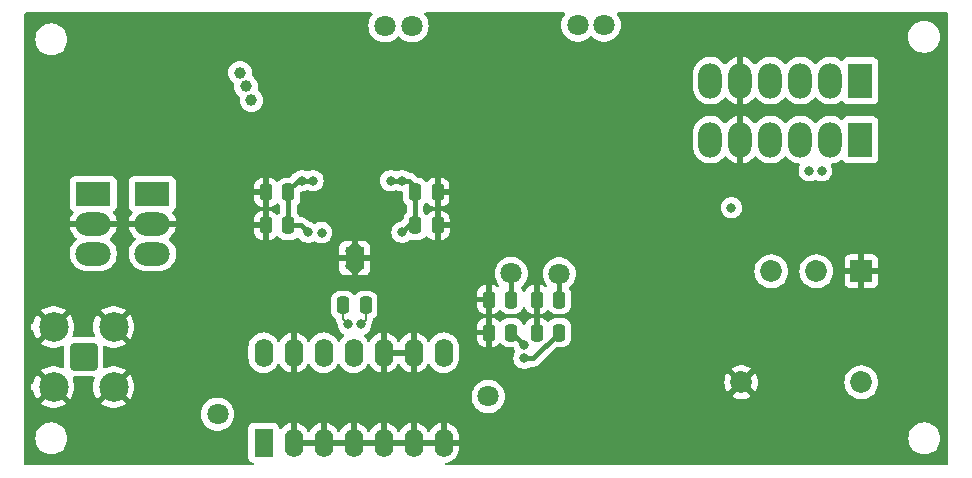
<source format=gbr>
%TF.GenerationSoftware,KiCad,Pcbnew,7.0.1*%
%TF.CreationDate,2023-12-13T14:51:25+00:00*%
%TF.ProjectId,UoB Amptek,556f4220-416d-4707-9465-6b2e6b696361,1*%
%TF.SameCoordinates,Original*%
%TF.FileFunction,Copper,L4,Bot*%
%TF.FilePolarity,Positive*%
%FSLAX46Y46*%
G04 Gerber Fmt 4.6, Leading zero omitted, Abs format (unit mm)*
G04 Created by KiCad (PCBNEW 7.0.1) date 2023-12-13 14:51:25*
%MOMM*%
%LPD*%
G01*
G04 APERTURE LIST*
G04 Aperture macros list*
%AMRoundRect*
0 Rectangle with rounded corners*
0 $1 Rounding radius*
0 $2 $3 $4 $5 $6 $7 $8 $9 X,Y pos of 4 corners*
0 Add a 4 corners polygon primitive as box body*
4,1,4,$2,$3,$4,$5,$6,$7,$8,$9,$2,$3,0*
0 Add four circle primitives for the rounded corners*
1,1,$1+$1,$2,$3*
1,1,$1+$1,$4,$5*
1,1,$1+$1,$6,$7*
1,1,$1+$1,$8,$9*
0 Add four rect primitives between the rounded corners*
20,1,$1+$1,$2,$3,$4,$5,0*
20,1,$1+$1,$4,$5,$6,$7,0*
20,1,$1+$1,$6,$7,$8,$9,0*
20,1,$1+$1,$8,$9,$2,$3,0*%
G04 Aperture macros list end*
%TA.AperFunction,ComponentPad*%
%ADD10R,3.000000X2.000000*%
%TD*%
%TA.AperFunction,ComponentPad*%
%ADD11O,3.000000X2.000000*%
%TD*%
%TA.AperFunction,ComponentPad*%
%ADD12RoundRect,0.200100X0.949900X-0.949900X0.949900X0.949900X-0.949900X0.949900X-0.949900X-0.949900X0*%
%TD*%
%TA.AperFunction,ComponentPad*%
%ADD13C,2.500000*%
%TD*%
%TA.AperFunction,ComponentPad*%
%ADD14C,0.600000*%
%TD*%
%TA.AperFunction,SMDPad,CuDef*%
%ADD15R,1.570000X1.890000*%
%TD*%
%TA.AperFunction,ComponentPad*%
%ADD16R,2.000000X3.000000*%
%TD*%
%TA.AperFunction,ComponentPad*%
%ADD17O,2.000000X3.000000*%
%TD*%
%TA.AperFunction,ComponentPad*%
%ADD18C,1.000000*%
%TD*%
%TA.AperFunction,ComponentPad*%
%ADD19R,1.600000X2.400000*%
%TD*%
%TA.AperFunction,ComponentPad*%
%ADD20O,1.600000X2.400000*%
%TD*%
%TA.AperFunction,ComponentPad*%
%ADD21R,1.850000X1.850000*%
%TD*%
%TA.AperFunction,ComponentPad*%
%ADD22C,1.850000*%
%TD*%
%TA.AperFunction,SMDPad,CuDef*%
%ADD23RoundRect,0.250000X0.250000X0.475000X-0.250000X0.475000X-0.250000X-0.475000X0.250000X-0.475000X0*%
%TD*%
%TA.AperFunction,SMDPad,CuDef*%
%ADD24RoundRect,0.250000X-0.250000X-0.475000X0.250000X-0.475000X0.250000X0.475000X-0.250000X0.475000X0*%
%TD*%
%TA.AperFunction,ViaPad*%
%ADD25C,1.800000*%
%TD*%
%TA.AperFunction,ViaPad*%
%ADD26C,0.800000*%
%TD*%
%TA.AperFunction,Conductor*%
%ADD27C,0.400000*%
%TD*%
%TA.AperFunction,Conductor*%
%ADD28C,0.200000*%
%TD*%
G04 APERTURE END LIST*
D10*
%TO.P,J1,1,Pin_1*%
%TO.N,/+9V*%
X95678000Y-71221600D03*
X90678000Y-71221600D03*
D11*
%TO.P,J1,2,Pin_2*%
%TO.N,GND*%
X95678000Y-73761600D03*
X90678000Y-73761600D03*
%TO.P,J1,3,Pin_3*%
%TO.N,/-9V*%
X95678000Y-76301600D03*
X90678000Y-76301600D03*
%TD*%
D12*
%TO.P,J2,1,In*%
%TO.N,Net-(J2-In)*%
X89860000Y-85040000D03*
D13*
%TO.P,J2,2,Ext*%
%TO.N,GND*%
X87320000Y-87580000D03*
X92400000Y-87580000D03*
X87320000Y-82500000D03*
X92400000Y-82500000D03*
%TD*%
D14*
%TO.P,U4,9,TPad*%
%TO.N,GND*%
X112316400Y-76037600D03*
X112316400Y-77327600D03*
D15*
X112801400Y-76682600D03*
D14*
X113286400Y-76037600D03*
X113286400Y-77327600D03*
%TD*%
D16*
%TO.P,J4,1,Pin_1*%
%TO.N,/Vo-*%
X155625800Y-66649600D03*
X155625800Y-61649600D03*
D17*
%TO.P,J4,2,Pin_2*%
X153085800Y-66649600D03*
X153085800Y-61649600D03*
%TO.P,J4,3,Pin_3*%
%TO.N,/Vo+*%
X150545800Y-66649600D03*
X150545800Y-61649600D03*
%TO.P,J4,4,Pin_4*%
X148005800Y-66649600D03*
X148005800Y-61649600D03*
%TO.P,J4,5,Pin_5*%
%TO.N,GND*%
X145465800Y-66649600D03*
X145465800Y-61649600D03*
%TO.P,J4,6,Pin_6*%
%TO.N,/Vocm*%
X142925800Y-66649600D03*
X142925800Y-61649600D03*
%TD*%
D18*
%TO.P,IAC,1,1*%
%TO.N,unconnected-(TP2-Pad1)*%
X103100604Y-60971500D03*
%TO.P,IAC,2*%
%TO.N,N/C*%
X103608604Y-62139900D03*
%TO.P,IAC,3*%
X104065804Y-63333700D03*
%TD*%
D19*
%TO.P,U3,1,IN*%
%TO.N,Net-(U3-IN)*%
X105105200Y-92303600D03*
D20*
%TO.P,U3,2,-CASE*%
%TO.N,GND*%
X107645200Y-92303600D03*
%TO.P,U3,3,-nc*%
X110185200Y-92303600D03*
%TO.P,U3,4,IN_GD*%
X112725200Y-92303600D03*
%TO.P,U3,5,-GND*%
X115265200Y-92303600D03*
%TO.P,U3,6,-nc*%
X117805200Y-92303600D03*
%TO.P,U3,7,-nc*%
X120345200Y-92303600D03*
%TO.P,U3,8*%
%TO.N,Net-(R4-Pad2)*%
X120345200Y-84683600D03*
%TO.P,U3,9,-CASE*%
%TO.N,GND*%
X117805200Y-84683600D03*
%TO.P,U3,10,-nc*%
X115265200Y-84683600D03*
%TO.P,U3,11,V+*%
%TO.N,/+6V*%
X112725200Y-84683600D03*
%TO.P,U3,12,TMG-*%
%TO.N,Net-(U3-TMG-)*%
X110185200Y-84683600D03*
%TO.P,U3,13,-nc*%
%TO.N,GND*%
X107645200Y-84683600D03*
%TO.P,U3,14,COMP*%
%TO.N,unconnected-(U3-COMP-Pad14)*%
X105105200Y-84683600D03*
%TD*%
D21*
%TO.P,PS1,1,-Vin*%
%TO.N,GND*%
X155702000Y-77800000D03*
D22*
%TO.P,PS1,2,+Vin*%
%TO.N,/+1-5V HiVip*%
X151892000Y-77800000D03*
%TO.P,PS1,3,+HV*%
%TO.N,Net-(PS1-+HV)*%
X155702000Y-87198000D03*
%TO.P,PS1,4,HVrtn*%
%TO.N,GND*%
X145542000Y-87198000D03*
%TO.P,PS1,6*%
%TO.N,N/C*%
X148082000Y-77800000D03*
%TD*%
D23*
%TO.P,C10,1*%
%TO.N,/+6V*%
X107188000Y-73914000D03*
%TO.P,C10,2*%
%TO.N,GND*%
X105288000Y-73914000D03*
%TD*%
%TO.P,C7,1*%
%TO.N,/+6V*%
X130124200Y-80187800D03*
%TO.P,C7,2*%
%TO.N,GND*%
X128224200Y-80187800D03*
%TD*%
%TO.P,C17,1*%
%TO.N,/-6V*%
X126060200Y-80187800D03*
%TO.P,C17,2*%
%TO.N,GND*%
X124160200Y-80187800D03*
%TD*%
%TO.P,C9,1*%
%TO.N,/+6V*%
X107198200Y-71120000D03*
%TO.P,C9,2*%
%TO.N,GND*%
X105298200Y-71120000D03*
%TD*%
%TO.P,C8,1*%
%TO.N,/+6V*%
X130124200Y-82981800D03*
%TO.P,C8,2*%
%TO.N,GND*%
X128224200Y-82981800D03*
%TD*%
D24*
%TO.P,C16,1*%
%TO.N,/-6V*%
X117922000Y-71094600D03*
%TO.P,C16,2*%
%TO.N,GND*%
X119822000Y-71094600D03*
%TD*%
D23*
%TO.P,C19,1*%
%TO.N,/-6V*%
X126060200Y-82981800D03*
%TO.P,C19,2*%
%TO.N,GND*%
X124160200Y-82981800D03*
%TD*%
%TO.P,C13,1*%
%TO.N,/Vo-*%
X113726000Y-80670400D03*
%TO.P,C13,2*%
%TO.N,/Vo+*%
X111826000Y-80670400D03*
%TD*%
D24*
%TO.P,C18,1*%
%TO.N,/-6V*%
X117937200Y-73914000D03*
%TO.P,C18,2*%
%TO.N,GND*%
X119837200Y-73914000D03*
%TD*%
D25*
%TO.N,/+6V*%
X130124200Y-78003400D03*
D26*
X108837600Y-74498200D03*
D25*
X115366800Y-56997600D03*
X117652800Y-56997600D03*
D26*
X108331000Y-70129400D03*
X109270800Y-70129400D03*
X127152400Y-85166200D03*
%TO.N,/-6V*%
X115848000Y-70129400D03*
D25*
X133934200Y-56946800D03*
D26*
X127152400Y-84023200D03*
D25*
X131699000Y-56946800D03*
D26*
X116789200Y-70129400D03*
D25*
X126060200Y-77978000D03*
D26*
X116813200Y-74498200D03*
%TO.N,/Vo-*%
X113314800Y-82296000D03*
X152340800Y-69291200D03*
%TO.N,/Vo+*%
X151290800Y-69291200D03*
X112264800Y-82296000D03*
%TO.N,/Vocm*%
X110006000Y-74523600D03*
X144703800Y-72415400D03*
D25*
%TO.N,Net-(C20-Pad2)*%
X124104400Y-88392000D03*
X101193600Y-89890600D03*
%TD*%
D27*
%TO.N,/+6V*%
X107188000Y-73914000D02*
X108253400Y-73914000D01*
X107198200Y-71120000D02*
X107198200Y-73903800D01*
X107198200Y-70906600D02*
X107975400Y-70129400D01*
X130124200Y-80187800D02*
X130124200Y-78003400D01*
X108253400Y-73914000D02*
X108837600Y-74498200D01*
X107198200Y-71120000D02*
X107198200Y-70906600D01*
X107975400Y-70129400D02*
X109270800Y-70129400D01*
X130281600Y-82824400D02*
X130124200Y-82981800D01*
X107198200Y-73903800D02*
X107188000Y-73914000D01*
X127152400Y-85166200D02*
X127939800Y-85166200D01*
X130124200Y-82981800D02*
X130200400Y-82981800D01*
X127939800Y-85166200D02*
X130124200Y-82981800D01*
%TO.N,/-6V*%
X126060200Y-80187800D02*
X126060200Y-77978000D01*
X117373400Y-70129400D02*
X115848000Y-70129400D01*
X117922000Y-70678000D02*
X117373400Y-70129400D01*
X126111000Y-82981800D02*
X127152400Y-84023200D01*
X126060200Y-82981800D02*
X126111000Y-82981800D01*
X117922000Y-73898800D02*
X117937200Y-73914000D01*
X117397400Y-73914000D02*
X116813200Y-74498200D01*
X117922000Y-71094600D02*
X117922000Y-73898800D01*
X117937200Y-73914000D02*
X117397400Y-73914000D01*
X117922000Y-71094600D02*
X117922000Y-70678000D01*
D28*
%TO.N,/Vo-*%
X113726000Y-81884800D02*
X113314800Y-82296000D01*
X113726000Y-80670400D02*
X113726000Y-81884800D01*
%TO.N,/Vo+*%
X111826000Y-81857200D02*
X112264800Y-82296000D01*
X111826000Y-80670400D02*
X111826000Y-81857200D01*
%TD*%
%TA.AperFunction,Conductor*%
%TO.N,GND*%
G36*
X114264743Y-55893053D02*
G01*
X114308463Y-55929466D01*
X114331319Y-55981570D01*
X114328498Y-56038397D01*
X114300594Y-56087982D01*
X114257822Y-56134444D01*
X114130876Y-56328750D01*
X114037644Y-56541296D01*
X114037642Y-56541300D01*
X114037643Y-56541300D01*
X113993531Y-56715495D01*
X113980665Y-56766300D01*
X113961499Y-56997599D01*
X113980665Y-57228899D01*
X113980665Y-57228901D01*
X113980666Y-57228905D01*
X114037643Y-57453900D01*
X114037644Y-57453903D01*
X114052676Y-57488172D01*
X114130876Y-57666449D01*
X114257821Y-57860753D01*
X114415016Y-58031513D01*
X114598174Y-58174070D01*
X114802297Y-58284536D01*
X114873841Y-58309097D01*
X115021815Y-58359897D01*
X115021817Y-58359897D01*
X115021819Y-58359898D01*
X115250751Y-58398100D01*
X115482848Y-58398100D01*
X115482849Y-58398100D01*
X115711781Y-58359898D01*
X115931303Y-58284536D01*
X116135426Y-58174070D01*
X116318584Y-58031513D01*
X116418571Y-57922896D01*
X116476059Y-57887560D01*
X116543541Y-57887560D01*
X116601028Y-57922896D01*
X116701016Y-58031513D01*
X116884174Y-58174070D01*
X117088297Y-58284536D01*
X117159841Y-58309097D01*
X117307815Y-58359897D01*
X117307817Y-58359897D01*
X117307819Y-58359898D01*
X117536751Y-58398100D01*
X117768848Y-58398100D01*
X117768849Y-58398100D01*
X117997781Y-58359898D01*
X118217303Y-58284536D01*
X118421426Y-58174070D01*
X118604584Y-58031513D01*
X118761779Y-57860753D01*
X118888724Y-57666449D01*
X118981957Y-57453900D01*
X119038934Y-57228905D01*
X119058100Y-56997600D01*
X119038934Y-56766295D01*
X118981957Y-56541300D01*
X118888724Y-56328751D01*
X118761779Y-56134447D01*
X118761778Y-56134446D01*
X118761777Y-56134444D01*
X118719006Y-56087982D01*
X118691102Y-56038397D01*
X118688281Y-55981570D01*
X118711137Y-55929466D01*
X118754857Y-55893053D01*
X118810236Y-55880000D01*
X130494800Y-55880000D01*
X130550180Y-55893054D01*
X130593900Y-55929467D01*
X130616755Y-55981572D01*
X130613933Y-56038400D01*
X130593936Y-56073931D01*
X130595641Y-56075045D01*
X130463076Y-56277950D01*
X130369844Y-56490496D01*
X130312865Y-56715500D01*
X130293699Y-56946800D01*
X130312865Y-57178099D01*
X130312865Y-57178101D01*
X130312866Y-57178105D01*
X130369843Y-57403100D01*
X130463076Y-57615649D01*
X130590021Y-57809953D01*
X130747216Y-57980713D01*
X130930374Y-58123270D01*
X131134497Y-58233736D01*
X131244257Y-58271416D01*
X131354015Y-58309097D01*
X131354017Y-58309097D01*
X131354019Y-58309098D01*
X131582951Y-58347300D01*
X131815048Y-58347300D01*
X131815049Y-58347300D01*
X132043981Y-58309098D01*
X132263503Y-58233736D01*
X132467626Y-58123270D01*
X132650784Y-57980713D01*
X132725371Y-57899689D01*
X132782859Y-57864352D01*
X132850341Y-57864352D01*
X132907828Y-57899689D01*
X132982416Y-57980713D01*
X133165574Y-58123270D01*
X133369697Y-58233736D01*
X133479457Y-58271416D01*
X133589215Y-58309097D01*
X133589217Y-58309097D01*
X133589219Y-58309098D01*
X133818151Y-58347300D01*
X134050248Y-58347300D01*
X134050249Y-58347300D01*
X134279181Y-58309098D01*
X134498703Y-58233736D01*
X134702826Y-58123270D01*
X134885984Y-57980713D01*
X134925857Y-57937399D01*
X159654940Y-57937399D01*
X159675536Y-58172807D01*
X159705474Y-58284536D01*
X159736697Y-58401063D01*
X159836565Y-58615229D01*
X159972105Y-58808801D01*
X160139199Y-58975895D01*
X160332771Y-59111435D01*
X160546937Y-59211303D01*
X160775192Y-59272463D01*
X160951632Y-59287900D01*
X160951634Y-59287900D01*
X161069566Y-59287900D01*
X161069568Y-59287900D01*
X161187193Y-59277608D01*
X161246008Y-59272463D01*
X161474263Y-59211303D01*
X161688429Y-59111435D01*
X161882001Y-58975895D01*
X162049095Y-58808801D01*
X162184635Y-58615230D01*
X162284503Y-58401063D01*
X162345663Y-58172808D01*
X162366259Y-57937400D01*
X162361898Y-57887560D01*
X162345663Y-57701992D01*
X162336139Y-57666449D01*
X162284503Y-57473737D01*
X162184635Y-57259571D01*
X162049095Y-57065999D01*
X161882001Y-56898905D01*
X161688429Y-56763365D01*
X161474263Y-56663497D01*
X161474262Y-56663496D01*
X161246007Y-56602336D01*
X161069568Y-56586900D01*
X161069566Y-56586900D01*
X160951634Y-56586900D01*
X160951632Y-56586900D01*
X160775192Y-56602336D01*
X160546936Y-56663497D01*
X160332770Y-56763365D01*
X160139198Y-56898905D01*
X159972108Y-57065995D01*
X159972105Y-57065998D01*
X159972105Y-57065999D01*
X159893608Y-57178105D01*
X159836564Y-57259572D01*
X159736697Y-57473737D01*
X159675536Y-57701992D01*
X159654940Y-57937399D01*
X134925857Y-57937399D01*
X135043179Y-57809953D01*
X135170124Y-57615649D01*
X135263357Y-57403100D01*
X135320334Y-57178105D01*
X135339500Y-56946800D01*
X135320334Y-56715495D01*
X135263357Y-56490500D01*
X135170124Y-56277951D01*
X135043179Y-56083647D01*
X135043178Y-56083646D01*
X135037559Y-56075045D01*
X135039263Y-56073931D01*
X135019267Y-56038400D01*
X135016445Y-55981572D01*
X135039300Y-55929467D01*
X135083020Y-55893054D01*
X135138400Y-55880000D01*
X162944000Y-55880000D01*
X163006000Y-55896613D01*
X163051387Y-55942000D01*
X163068000Y-56004000D01*
X163068000Y-94110000D01*
X163051387Y-94172000D01*
X163006000Y-94217387D01*
X162944000Y-94234000D01*
X120598361Y-94234000D01*
X120541104Y-94219989D01*
X120496786Y-94181124D01*
X120475422Y-94126185D01*
X120481839Y-94067590D01*
X120514588Y-94018578D01*
X120566267Y-93990225D01*
X120791526Y-93929866D01*
X120997680Y-93833734D01*
X121184019Y-93703258D01*
X121344858Y-93542419D01*
X121475334Y-93356080D01*
X121571466Y-93149926D01*
X121630341Y-92930202D01*
X121645200Y-92760365D01*
X121645200Y-92553600D01*
X107519200Y-92553600D01*
X107457200Y-92536987D01*
X107411813Y-92491600D01*
X107395200Y-92429600D01*
X107395200Y-92053600D01*
X107895200Y-92053600D01*
X109935200Y-92053600D01*
X110435200Y-92053600D01*
X112475200Y-92053600D01*
X112975200Y-92053600D01*
X115015200Y-92053600D01*
X115515200Y-92053600D01*
X117555200Y-92053600D01*
X118055200Y-92053600D01*
X120095200Y-92053600D01*
X120095200Y-90624728D01*
X120595200Y-90624728D01*
X120595200Y-92053600D01*
X121645200Y-92053600D01*
X121645200Y-91947999D01*
X159680340Y-91947999D01*
X159700936Y-92183407D01*
X159762097Y-92411662D01*
X159762097Y-92411663D01*
X159861965Y-92625829D01*
X159997505Y-92819401D01*
X160164599Y-92986495D01*
X160358171Y-93122035D01*
X160572337Y-93221903D01*
X160800592Y-93283063D01*
X160977032Y-93298500D01*
X160977034Y-93298500D01*
X161094966Y-93298500D01*
X161094968Y-93298500D01*
X161212593Y-93288208D01*
X161271408Y-93283063D01*
X161499663Y-93221903D01*
X161713829Y-93122035D01*
X161907401Y-92986495D01*
X162074495Y-92819401D01*
X162210035Y-92625830D01*
X162309903Y-92411663D01*
X162371063Y-92183408D01*
X162391659Y-91948000D01*
X162371063Y-91712592D01*
X162309903Y-91484337D01*
X162210035Y-91270171D01*
X162074495Y-91076599D01*
X161907401Y-90909505D01*
X161713829Y-90773965D01*
X161499663Y-90674097D01*
X161271407Y-90612936D01*
X161094968Y-90597500D01*
X161094966Y-90597500D01*
X160977034Y-90597500D01*
X160977032Y-90597500D01*
X160800592Y-90612936D01*
X160572336Y-90674097D01*
X160358170Y-90773965D01*
X160164598Y-90909505D01*
X159997508Y-91076595D01*
X159997505Y-91076598D01*
X159997505Y-91076599D01*
X159926828Y-91177537D01*
X159861964Y-91270172D01*
X159762097Y-91484337D01*
X159700936Y-91712592D01*
X159680340Y-91947999D01*
X121645200Y-91947999D01*
X121645200Y-91846835D01*
X121630341Y-91676997D01*
X121571466Y-91457273D01*
X121475334Y-91251119D01*
X121344858Y-91064780D01*
X121184019Y-90903941D01*
X120997680Y-90773465D01*
X120791526Y-90677333D01*
X120595200Y-90624728D01*
X120095200Y-90624728D01*
X119898873Y-90677333D01*
X119692719Y-90773465D01*
X119506380Y-90903941D01*
X119345541Y-91064780D01*
X119215065Y-91251119D01*
X119187582Y-91310056D01*
X119141825Y-91362232D01*
X119075200Y-91381651D01*
X119008575Y-91362232D01*
X118962818Y-91310056D01*
X118935334Y-91251119D01*
X118804858Y-91064780D01*
X118644019Y-90903941D01*
X118457680Y-90773465D01*
X118251526Y-90677333D01*
X118055200Y-90624728D01*
X118055200Y-92053600D01*
X117555200Y-92053600D01*
X117555200Y-90624728D01*
X117358873Y-90677333D01*
X117152719Y-90773465D01*
X116966380Y-90903941D01*
X116805541Y-91064780D01*
X116675065Y-91251119D01*
X116647582Y-91310056D01*
X116601825Y-91362232D01*
X116535200Y-91381651D01*
X116468575Y-91362232D01*
X116422818Y-91310056D01*
X116395334Y-91251119D01*
X116264858Y-91064780D01*
X116104019Y-90903941D01*
X115917680Y-90773465D01*
X115711526Y-90677333D01*
X115515200Y-90624728D01*
X115515200Y-92053600D01*
X115015200Y-92053600D01*
X115015200Y-90624728D01*
X115015199Y-90624728D01*
X114818873Y-90677333D01*
X114612719Y-90773465D01*
X114426380Y-90903941D01*
X114265541Y-91064780D01*
X114135065Y-91251119D01*
X114107582Y-91310056D01*
X114061825Y-91362232D01*
X113995200Y-91381651D01*
X113928575Y-91362232D01*
X113882818Y-91310056D01*
X113855334Y-91251119D01*
X113724858Y-91064780D01*
X113564019Y-90903941D01*
X113377680Y-90773465D01*
X113171526Y-90677333D01*
X112975200Y-90624728D01*
X112975200Y-92053600D01*
X112475200Y-92053600D01*
X112475200Y-90624728D01*
X112475199Y-90624728D01*
X112278873Y-90677333D01*
X112072719Y-90773465D01*
X111886380Y-90903941D01*
X111725541Y-91064780D01*
X111595065Y-91251119D01*
X111567582Y-91310056D01*
X111521825Y-91362232D01*
X111455200Y-91381651D01*
X111388575Y-91362232D01*
X111342818Y-91310056D01*
X111315334Y-91251119D01*
X111184858Y-91064780D01*
X111024019Y-90903941D01*
X110837680Y-90773465D01*
X110631526Y-90677333D01*
X110435200Y-90624728D01*
X110435200Y-92053600D01*
X109935200Y-92053600D01*
X109935200Y-90624728D01*
X109935199Y-90624728D01*
X109738873Y-90677333D01*
X109532719Y-90773465D01*
X109346380Y-90903941D01*
X109185541Y-91064780D01*
X109055065Y-91251119D01*
X109027582Y-91310056D01*
X108981825Y-91362232D01*
X108915200Y-91381651D01*
X108848575Y-91362232D01*
X108802818Y-91310056D01*
X108775334Y-91251119D01*
X108644858Y-91064780D01*
X108484019Y-90903941D01*
X108297680Y-90773465D01*
X108091526Y-90677333D01*
X107895200Y-90624728D01*
X107895200Y-92053600D01*
X107395200Y-92053600D01*
X107395200Y-90624728D01*
X107395199Y-90624728D01*
X107198873Y-90677333D01*
X106992719Y-90773465D01*
X106806380Y-90903941D01*
X106645539Y-91064782D01*
X106628006Y-91089822D01*
X106583163Y-91128959D01*
X106525249Y-91142691D01*
X106467608Y-91127856D01*
X106423520Y-91087871D01*
X106403143Y-91031952D01*
X106399291Y-90996117D01*
X106348996Y-90861269D01*
X106262746Y-90746054D01*
X106147531Y-90659804D01*
X106012683Y-90609509D01*
X105953073Y-90603100D01*
X105953069Y-90603100D01*
X104257330Y-90603100D01*
X104197715Y-90609509D01*
X104062869Y-90659804D01*
X103947654Y-90746054D01*
X103861404Y-90861268D01*
X103811109Y-90996116D01*
X103804700Y-91055730D01*
X103804700Y-93551469D01*
X103807257Y-93575249D01*
X103811109Y-93611083D01*
X103861404Y-93745931D01*
X103947654Y-93861146D01*
X104062869Y-93947396D01*
X104177700Y-93990225D01*
X104187333Y-93993818D01*
X104242195Y-94034280D01*
X104267380Y-94097626D01*
X104255276Y-94164711D01*
X104209542Y-94215262D01*
X104143999Y-94234000D01*
X84960000Y-94234000D01*
X84898000Y-94217387D01*
X84852613Y-94172000D01*
X84836000Y-94110000D01*
X84836000Y-91947999D01*
X85766340Y-91947999D01*
X85786936Y-92183407D01*
X85848097Y-92411662D01*
X85848097Y-92411663D01*
X85947965Y-92625829D01*
X86083505Y-92819401D01*
X86250599Y-92986495D01*
X86444171Y-93122035D01*
X86658337Y-93221903D01*
X86886592Y-93283063D01*
X87063032Y-93298500D01*
X87063034Y-93298500D01*
X87180966Y-93298500D01*
X87180968Y-93298500D01*
X87298593Y-93288208D01*
X87357408Y-93283063D01*
X87585663Y-93221903D01*
X87799829Y-93122035D01*
X87993401Y-92986495D01*
X88160495Y-92819401D01*
X88296035Y-92625830D01*
X88395903Y-92411663D01*
X88457063Y-92183408D01*
X88477659Y-91948000D01*
X88457063Y-91712592D01*
X88395903Y-91484337D01*
X88296035Y-91270171D01*
X88160495Y-91076599D01*
X87993401Y-90909505D01*
X87799829Y-90773965D01*
X87585663Y-90674097D01*
X87357407Y-90612936D01*
X87180968Y-90597500D01*
X87180966Y-90597500D01*
X87063034Y-90597500D01*
X87063032Y-90597500D01*
X86886592Y-90612936D01*
X86658336Y-90674097D01*
X86444170Y-90773965D01*
X86250598Y-90909505D01*
X86083508Y-91076595D01*
X86083505Y-91076598D01*
X86083505Y-91076599D01*
X86012828Y-91177537D01*
X85947964Y-91270172D01*
X85848097Y-91484337D01*
X85786936Y-91712592D01*
X85766340Y-91947999D01*
X84836000Y-91947999D01*
X84836000Y-89890600D01*
X99788299Y-89890600D01*
X99807465Y-90121899D01*
X99807465Y-90121901D01*
X99807466Y-90121905D01*
X99864443Y-90346900D01*
X99957676Y-90559449D01*
X100084621Y-90753753D01*
X100241816Y-90924513D01*
X100424974Y-91067070D01*
X100629097Y-91177536D01*
X100738857Y-91215216D01*
X100848615Y-91252897D01*
X100848617Y-91252897D01*
X100848619Y-91252898D01*
X101077551Y-91291100D01*
X101309648Y-91291100D01*
X101309649Y-91291100D01*
X101538581Y-91252898D01*
X101758103Y-91177536D01*
X101962226Y-91067070D01*
X102145384Y-90924513D01*
X102302579Y-90753753D01*
X102429524Y-90559449D01*
X102522757Y-90346900D01*
X102579734Y-90121905D01*
X102598900Y-89890600D01*
X102579734Y-89659295D01*
X102522757Y-89434300D01*
X102429524Y-89221751D01*
X102302579Y-89027447D01*
X102145384Y-88856687D01*
X101962226Y-88714130D01*
X101758103Y-88603664D01*
X101758099Y-88603662D01*
X101758098Y-88603662D01*
X101538584Y-88528302D01*
X101366882Y-88499650D01*
X101309649Y-88490100D01*
X101077551Y-88490100D01*
X101031764Y-88497740D01*
X100848615Y-88528302D01*
X100629101Y-88603662D01*
X100629097Y-88603663D01*
X100629097Y-88603664D01*
X100583073Y-88628571D01*
X100424972Y-88714131D01*
X100241815Y-88856687D01*
X100084620Y-89027448D01*
X99957676Y-89221750D01*
X99864444Y-89434296D01*
X99807465Y-89659300D01*
X99788299Y-89890600D01*
X84836000Y-89890600D01*
X84836000Y-89340099D01*
X85359500Y-89340099D01*
X85359617Y-89340383D01*
X85359808Y-89340461D01*
X85359999Y-89340541D01*
X85360000Y-89340541D01*
X85360001Y-89340541D01*
X85360127Y-89340488D01*
X85360383Y-89340383D01*
X85360500Y-89340099D01*
X85360500Y-88982720D01*
X86270831Y-88982720D01*
X86442546Y-89099793D01*
X86678860Y-89213596D01*
X86929496Y-89290908D01*
X87188856Y-89330000D01*
X87451144Y-89330000D01*
X87710503Y-89290908D01*
X87961139Y-89213596D01*
X88197456Y-89099792D01*
X88369167Y-88982720D01*
X91350831Y-88982720D01*
X91522546Y-89099793D01*
X91758860Y-89213596D01*
X92009496Y-89290908D01*
X92268856Y-89330000D01*
X92531144Y-89330000D01*
X92790503Y-89290908D01*
X93041139Y-89213596D01*
X93277456Y-89099792D01*
X93449167Y-88982720D01*
X92400001Y-87933553D01*
X92400000Y-87933553D01*
X91350831Y-88982720D01*
X88369167Y-88982720D01*
X87320001Y-87933553D01*
X87320000Y-87933553D01*
X86270831Y-88982720D01*
X85360500Y-88982720D01*
X85360500Y-87959827D01*
X85374870Y-87901886D01*
X85414648Y-87857373D01*
X85470616Y-87836607D01*
X85529802Y-87844399D01*
X85578488Y-87878943D01*
X85605391Y-87932234D01*
X85643059Y-88097270D01*
X85738882Y-88341424D01*
X85870027Y-88568573D01*
X85917873Y-88628571D01*
X86966446Y-87580000D01*
X86966446Y-87579998D01*
X85917874Y-86531428D01*
X85870026Y-86591428D01*
X85738882Y-86818576D01*
X85643059Y-87062729D01*
X85605391Y-87227766D01*
X85578488Y-87281057D01*
X85529802Y-87315601D01*
X85470616Y-87323393D01*
X85414648Y-87302627D01*
X85374870Y-87258114D01*
X85360500Y-87200173D01*
X85360500Y-86177278D01*
X86270831Y-86177278D01*
X88722124Y-88628571D01*
X88769972Y-88568572D01*
X88901117Y-88341423D01*
X88996940Y-88097270D01*
X89055306Y-87841552D01*
X89074907Y-87579999D01*
X89055306Y-87318447D01*
X88996941Y-87062735D01*
X88917297Y-86859802D01*
X88909506Y-86800616D01*
X88930273Y-86744648D01*
X88974785Y-86704870D01*
X89032726Y-86690500D01*
X90687274Y-86690500D01*
X90745215Y-86704870D01*
X90789727Y-86744648D01*
X90810494Y-86800616D01*
X90802703Y-86859802D01*
X90723058Y-87062735D01*
X90664693Y-87318447D01*
X90645092Y-87579999D01*
X90664693Y-87841552D01*
X90723059Y-88097270D01*
X90818882Y-88341424D01*
X90950027Y-88568573D01*
X90997873Y-88628571D01*
X92046446Y-87580000D01*
X92753553Y-87580000D01*
X93802124Y-88628571D01*
X93849972Y-88568572D01*
X93951917Y-88391999D01*
X122699099Y-88391999D01*
X122718265Y-88623299D01*
X122718265Y-88623301D01*
X122718266Y-88623305D01*
X122775243Y-88848300D01*
X122868476Y-89060849D01*
X122995421Y-89255153D01*
X123152616Y-89425913D01*
X123335774Y-89568470D01*
X123539897Y-89678936D01*
X123649657Y-89716616D01*
X123759415Y-89754297D01*
X123759417Y-89754297D01*
X123759419Y-89754298D01*
X123988351Y-89792500D01*
X124220448Y-89792500D01*
X124220449Y-89792500D01*
X124449381Y-89754298D01*
X124668903Y-89678936D01*
X124873026Y-89568470D01*
X125056184Y-89425913D01*
X125213379Y-89255153D01*
X125340324Y-89060849D01*
X125433557Y-88848300D01*
X125490534Y-88623305D01*
X125509700Y-88392000D01*
X125507725Y-88368165D01*
X144725386Y-88368165D01*
X144759926Y-88395049D01*
X144967626Y-88507451D01*
X145190982Y-88584129D01*
X145423921Y-88623000D01*
X145660079Y-88623000D01*
X145893017Y-88584129D01*
X146116373Y-88507451D01*
X146324074Y-88395049D01*
X146358612Y-88368166D01*
X146358613Y-88368165D01*
X145542000Y-87551553D01*
X144725386Y-88368165D01*
X125507725Y-88368165D01*
X125490534Y-88160695D01*
X125433557Y-87935700D01*
X125340324Y-87723151D01*
X125213379Y-87528847D01*
X125056184Y-87358087D01*
X124873026Y-87215530D01*
X124840633Y-87198000D01*
X144112115Y-87198000D01*
X144131617Y-87433346D01*
X144189591Y-87662282D01*
X144284456Y-87878552D01*
X144372750Y-88013695D01*
X145188447Y-87198001D01*
X145895553Y-87198001D01*
X146711248Y-88013696D01*
X146799542Y-87878553D01*
X146894408Y-87662282D01*
X146952382Y-87433346D01*
X146971884Y-87198000D01*
X154271614Y-87198000D01*
X154291123Y-87433429D01*
X154291123Y-87433432D01*
X154291124Y-87433434D01*
X154328239Y-87580000D01*
X154349118Y-87662447D01*
X154444013Y-87878788D01*
X154573226Y-88076563D01*
X154733223Y-88250365D01*
X154733227Y-88250368D01*
X154919654Y-88395470D01*
X155127421Y-88507908D01*
X155186826Y-88528302D01*
X155350857Y-88584615D01*
X155350859Y-88584615D01*
X155350861Y-88584616D01*
X155583880Y-88623500D01*
X155820119Y-88623500D01*
X155820120Y-88623500D01*
X156053139Y-88584616D01*
X156276579Y-88507908D01*
X156484346Y-88395470D01*
X156670773Y-88250368D01*
X156830775Y-88076561D01*
X156959986Y-87878788D01*
X157054883Y-87662445D01*
X157112876Y-87433434D01*
X157132385Y-87198000D01*
X157112876Y-86962566D01*
X157054883Y-86733555D01*
X156992539Y-86591426D01*
X156959986Y-86517211D01*
X156830773Y-86319436D01*
X156670776Y-86145634D01*
X156519425Y-86027833D01*
X156484346Y-86000530D01*
X156276579Y-85888092D01*
X156276575Y-85888090D01*
X156276574Y-85888090D01*
X156053142Y-85811384D01*
X155858233Y-85778860D01*
X155820120Y-85772500D01*
X155583880Y-85772500D01*
X155573495Y-85774233D01*
X155350857Y-85811384D01*
X155127425Y-85888090D01*
X155127421Y-85888091D01*
X155127421Y-85888092D01*
X155019672Y-85946403D01*
X154919652Y-86000531D01*
X154733223Y-86145634D01*
X154573226Y-86319436D01*
X154444013Y-86517211D01*
X154349118Y-86733552D01*
X154291123Y-86962570D01*
X154271614Y-87198000D01*
X146971884Y-87198000D01*
X146952382Y-86962653D01*
X146894408Y-86733717D01*
X146799543Y-86517447D01*
X146711248Y-86382302D01*
X145895553Y-87198000D01*
X145895553Y-87198001D01*
X145188447Y-87198001D01*
X145188447Y-87198000D01*
X144372749Y-86382302D01*
X144284454Y-86517449D01*
X144189592Y-86733714D01*
X144131617Y-86962653D01*
X144112115Y-87198000D01*
X124840633Y-87198000D01*
X124668903Y-87105064D01*
X124668899Y-87105062D01*
X124668898Y-87105062D01*
X124449384Y-87029702D01*
X124277681Y-87001050D01*
X124220449Y-86991500D01*
X123988351Y-86991500D01*
X123942564Y-86999140D01*
X123759415Y-87029702D01*
X123539901Y-87105062D01*
X123335772Y-87215531D01*
X123152615Y-87358087D01*
X122995420Y-87528848D01*
X122868476Y-87723150D01*
X122775244Y-87935696D01*
X122718265Y-88160700D01*
X122699099Y-88391999D01*
X93951917Y-88391999D01*
X93981117Y-88341423D01*
X94076940Y-88097270D01*
X94135306Y-87841552D01*
X94154907Y-87579999D01*
X94135306Y-87318447D01*
X94076940Y-87062729D01*
X93981117Y-86818575D01*
X93849972Y-86591426D01*
X93802125Y-86531427D01*
X92753553Y-87580000D01*
X92046446Y-87580000D01*
X92400000Y-87226447D01*
X93449167Y-86177278D01*
X93277451Y-86060205D01*
X93041139Y-85946403D01*
X92790503Y-85869091D01*
X92531144Y-85830000D01*
X92268856Y-85830000D01*
X92009496Y-85869091D01*
X91758857Y-85946404D01*
X91688301Y-85980382D01*
X91627547Y-85992467D01*
X91568528Y-85973656D01*
X91525972Y-85928643D01*
X91510500Y-85868662D01*
X91510500Y-85140386D01*
X103804700Y-85140386D01*
X103819564Y-85310289D01*
X103878461Y-85530097D01*
X103974632Y-85736335D01*
X104105153Y-85922740D01*
X104266059Y-86083646D01*
X104452464Y-86214167D01*
X104452465Y-86214167D01*
X104452466Y-86214168D01*
X104658704Y-86310339D01*
X104878508Y-86369235D01*
X105105200Y-86389068D01*
X105331892Y-86369235D01*
X105551696Y-86310339D01*
X105757934Y-86214168D01*
X105944339Y-86083647D01*
X106105247Y-85922739D01*
X106235768Y-85736334D01*
X106263093Y-85677734D01*
X106308849Y-85625559D01*
X106375474Y-85606139D01*
X106442099Y-85625558D01*
X106487857Y-85677733D01*
X106515066Y-85736082D01*
X106645541Y-85922419D01*
X106806380Y-86083258D01*
X106992719Y-86213734D01*
X107198873Y-86309866D01*
X107395199Y-86362471D01*
X107395200Y-86362472D01*
X107395200Y-86362471D01*
X107895200Y-86362471D01*
X108091526Y-86309866D01*
X108297680Y-86213734D01*
X108484019Y-86083258D01*
X108644858Y-85922419D01*
X108775335Y-85736079D01*
X108802542Y-85677735D01*
X108848298Y-85625559D01*
X108914923Y-85606139D01*
X108981548Y-85625558D01*
X109027305Y-85677732D01*
X109054632Y-85736333D01*
X109054633Y-85736336D01*
X109185153Y-85922740D01*
X109346059Y-86083646D01*
X109532464Y-86214167D01*
X109532465Y-86214167D01*
X109532466Y-86214168D01*
X109738704Y-86310339D01*
X109958508Y-86369235D01*
X110185200Y-86389068D01*
X110411892Y-86369235D01*
X110631696Y-86310339D01*
X110837934Y-86214168D01*
X111024339Y-86083647D01*
X111185247Y-85922739D01*
X111315768Y-85736334D01*
X111342818Y-85678324D01*
X111388575Y-85626149D01*
X111455200Y-85606729D01*
X111521825Y-85626149D01*
X111567582Y-85678325D01*
X111594631Y-85736333D01*
X111725153Y-85922740D01*
X111886059Y-86083646D01*
X112072464Y-86214167D01*
X112072465Y-86214167D01*
X112072466Y-86214168D01*
X112278704Y-86310339D01*
X112498508Y-86369235D01*
X112725200Y-86389068D01*
X112951892Y-86369235D01*
X113171696Y-86310339D01*
X113377934Y-86214168D01*
X113564339Y-86083647D01*
X113725247Y-85922739D01*
X113855768Y-85736334D01*
X113883093Y-85677734D01*
X113928849Y-85625559D01*
X113995474Y-85606139D01*
X114062099Y-85625558D01*
X114107857Y-85677733D01*
X114135066Y-85736082D01*
X114265541Y-85922419D01*
X114426380Y-86083258D01*
X114612719Y-86213734D01*
X114818873Y-86309866D01*
X115015199Y-86362471D01*
X115015200Y-86362472D01*
X115015200Y-84933600D01*
X115515200Y-84933600D01*
X115515200Y-86362471D01*
X115711526Y-86309866D01*
X115917680Y-86213734D01*
X116104019Y-86083258D01*
X116264858Y-85922419D01*
X116395335Y-85736079D01*
X116422818Y-85677143D01*
X116468575Y-85624967D01*
X116535200Y-85605547D01*
X116601825Y-85624967D01*
X116647582Y-85677143D01*
X116675064Y-85736079D01*
X116805541Y-85922419D01*
X116966380Y-86083258D01*
X117152719Y-86213734D01*
X117358873Y-86309866D01*
X117555199Y-86362471D01*
X117555200Y-86362472D01*
X117555200Y-86362471D01*
X118055200Y-86362471D01*
X118251526Y-86309866D01*
X118457680Y-86213734D01*
X118644019Y-86083258D01*
X118804858Y-85922419D01*
X118935335Y-85736079D01*
X118962542Y-85677735D01*
X119008298Y-85625559D01*
X119074923Y-85606139D01*
X119141548Y-85625558D01*
X119187305Y-85677732D01*
X119214632Y-85736333D01*
X119214633Y-85736336D01*
X119345153Y-85922740D01*
X119506059Y-86083646D01*
X119692464Y-86214167D01*
X119692465Y-86214167D01*
X119692466Y-86214168D01*
X119898704Y-86310339D01*
X120118508Y-86369235D01*
X120345200Y-86389068D01*
X120571892Y-86369235D01*
X120791696Y-86310339D01*
X120997934Y-86214168D01*
X121184339Y-86083647D01*
X121345247Y-85922739D01*
X121475768Y-85736334D01*
X121571939Y-85530096D01*
X121630835Y-85310292D01*
X121639754Y-85208347D01*
X121645700Y-85140386D01*
X121645700Y-84226814D01*
X121633514Y-84087533D01*
X121630835Y-84056908D01*
X121571939Y-83837104D01*
X121475768Y-83630866D01*
X121460875Y-83609597D01*
X121345246Y-83444459D01*
X121184340Y-83283553D01*
X121110428Y-83231800D01*
X123160201Y-83231800D01*
X123160201Y-83506779D01*
X123170693Y-83609495D01*
X123225842Y-83775922D01*
X123317883Y-83925145D01*
X123441854Y-84049116D01*
X123591077Y-84141157D01*
X123757503Y-84196306D01*
X123860221Y-84206800D01*
X123910200Y-84206800D01*
X123910200Y-84206799D01*
X124410200Y-84206799D01*
X124460179Y-84206799D01*
X124562895Y-84196306D01*
X124729322Y-84141157D01*
X124878545Y-84049116D01*
X125002513Y-83925148D01*
X125004364Y-83922148D01*
X125049471Y-83878964D01*
X125109904Y-83863240D01*
X125170338Y-83878963D01*
X125215446Y-83922145D01*
X125217490Y-83925459D01*
X125341542Y-84049511D01*
X125341544Y-84049512D01*
X125490866Y-84141614D01*
X125602217Y-84178512D01*
X125657402Y-84196799D01*
X125666929Y-84197772D01*
X125760191Y-84207300D01*
X126175284Y-84207299D01*
X126225719Y-84218019D01*
X126267434Y-84248327D01*
X126293215Y-84292981D01*
X126325220Y-84391484D01*
X126406751Y-84532700D01*
X126423364Y-84594700D01*
X126406751Y-84656700D01*
X126325220Y-84797915D01*
X126266726Y-84977942D01*
X126246940Y-85166199D01*
X126266726Y-85354457D01*
X126325220Y-85534484D01*
X126419866Y-85698416D01*
X126546529Y-85839089D01*
X126699669Y-85950351D01*
X126872597Y-86027344D01*
X127057752Y-86066700D01*
X127057754Y-86066700D01*
X127247046Y-86066700D01*
X127247048Y-86066700D01*
X127370483Y-86040462D01*
X127429902Y-86027833D01*
X144725385Y-86027833D01*
X145542000Y-86844447D01*
X145542001Y-86844447D01*
X146358612Y-86027833D01*
X146358612Y-86027831D01*
X146324074Y-86000950D01*
X146116376Y-85888549D01*
X145893017Y-85811870D01*
X145660079Y-85773000D01*
X145423921Y-85773000D01*
X145190982Y-85811870D01*
X144967626Y-85888548D01*
X144759924Y-86000951D01*
X144725386Y-86027832D01*
X144725385Y-86027833D01*
X127429902Y-86027833D01*
X127432203Y-86027344D01*
X127605130Y-85950351D01*
X127687671Y-85890381D01*
X127722238Y-85872769D01*
X127760556Y-85866700D01*
X127914879Y-85866700D01*
X127922366Y-85866926D01*
X127925506Y-85867115D01*
X127982406Y-85870558D01*
X128041582Y-85859713D01*
X128048981Y-85858587D01*
X128108672Y-85851340D01*
X128118135Y-85847750D01*
X128139758Y-85841722D01*
X128149732Y-85839895D01*
X128204608Y-85815196D01*
X128211473Y-85812352D01*
X128267730Y-85791018D01*
X128276070Y-85785260D01*
X128295619Y-85774235D01*
X128304857Y-85770078D01*
X128352213Y-85732975D01*
X128358220Y-85728555D01*
X128407729Y-85694383D01*
X128447623Y-85649350D01*
X128452724Y-85643931D01*
X129853037Y-84243618D01*
X129893266Y-84216738D01*
X129940719Y-84207299D01*
X130424209Y-84207299D01*
X130475602Y-84202049D01*
X130526997Y-84196799D01*
X130693534Y-84141614D01*
X130842856Y-84049512D01*
X130966912Y-83925456D01*
X131059014Y-83776134D01*
X131114199Y-83609597D01*
X131124700Y-83506809D01*
X131124699Y-82456792D01*
X131114199Y-82354003D01*
X131059014Y-82187466D01*
X130966912Y-82038144D01*
X130966911Y-82038142D01*
X130842857Y-81914088D01*
X130693534Y-81821986D01*
X130526997Y-81766800D01*
X130429103Y-81756800D01*
X130424208Y-81756300D01*
X129824191Y-81756300D01*
X129721403Y-81766800D01*
X129554865Y-81821986D01*
X129405542Y-81914088D01*
X129281486Y-82038144D01*
X129279442Y-82041459D01*
X129234335Y-82084637D01*
X129173904Y-82100358D01*
X129113474Y-82084635D01*
X129068368Y-82041456D01*
X129066516Y-82038454D01*
X128942545Y-81914483D01*
X128793322Y-81822442D01*
X128626896Y-81767293D01*
X128524179Y-81756800D01*
X128474200Y-81756800D01*
X128474200Y-83107800D01*
X128457587Y-83169800D01*
X128412200Y-83215187D01*
X128350200Y-83231800D01*
X128098200Y-83231800D01*
X128036200Y-83215187D01*
X127990813Y-83169800D01*
X127974200Y-83107800D01*
X127974200Y-81756801D01*
X127924221Y-81756801D01*
X127821504Y-81767293D01*
X127655077Y-81822442D01*
X127505854Y-81914483D01*
X127381883Y-82038454D01*
X127289842Y-82187677D01*
X127260169Y-82277225D01*
X127227030Y-82328909D01*
X127173161Y-82358361D01*
X127111765Y-82358361D01*
X127057895Y-82328909D01*
X127024757Y-82277225D01*
X126995014Y-82187466D01*
X126902912Y-82038144D01*
X126902911Y-82038142D01*
X126778857Y-81914088D01*
X126629534Y-81821986D01*
X126462997Y-81766800D01*
X126365103Y-81756800D01*
X126360208Y-81756300D01*
X125760191Y-81756300D01*
X125657403Y-81766800D01*
X125490865Y-81821986D01*
X125341542Y-81914088D01*
X125217486Y-82038144D01*
X125215442Y-82041459D01*
X125170335Y-82084637D01*
X125109904Y-82100358D01*
X125049474Y-82084635D01*
X125004368Y-82041456D01*
X125002516Y-82038454D01*
X124878545Y-81914483D01*
X124729322Y-81822442D01*
X124562896Y-81767293D01*
X124460179Y-81756800D01*
X124410200Y-81756800D01*
X124410200Y-84206799D01*
X123910200Y-84206799D01*
X123910200Y-83231800D01*
X123160201Y-83231800D01*
X121110428Y-83231800D01*
X120997935Y-83153032D01*
X120791697Y-83056861D01*
X120571889Y-82997964D01*
X120345200Y-82978131D01*
X120118510Y-82997964D01*
X119898702Y-83056861D01*
X119692464Y-83153032D01*
X119506059Y-83283553D01*
X119345153Y-83444459D01*
X119214630Y-83630867D01*
X119187305Y-83689466D01*
X119141548Y-83741641D01*
X119074923Y-83761060D01*
X119008299Y-83741640D01*
X118962542Y-83689465D01*
X118935334Y-83631119D01*
X118804858Y-83444780D01*
X118644019Y-83283941D01*
X118457680Y-83153465D01*
X118251526Y-83057333D01*
X118055200Y-83004728D01*
X118055200Y-86362471D01*
X117555200Y-86362471D01*
X117555200Y-84933600D01*
X115515200Y-84933600D01*
X115015200Y-84933600D01*
X115015200Y-84433600D01*
X115515200Y-84433600D01*
X117555200Y-84433600D01*
X117555200Y-83004728D01*
X117555199Y-83004728D01*
X117358873Y-83057333D01*
X117152719Y-83153465D01*
X116966380Y-83283941D01*
X116805541Y-83444780D01*
X116675065Y-83631119D01*
X116647582Y-83690056D01*
X116601825Y-83742232D01*
X116535200Y-83761651D01*
X116468575Y-83742232D01*
X116422818Y-83690056D01*
X116395334Y-83631119D01*
X116264858Y-83444780D01*
X116104019Y-83283941D01*
X115917680Y-83153465D01*
X115711526Y-83057333D01*
X115515200Y-83004728D01*
X115515200Y-84433600D01*
X115015200Y-84433600D01*
X115015200Y-83004728D01*
X115015199Y-83004728D01*
X114818873Y-83057333D01*
X114612719Y-83153465D01*
X114426380Y-83283941D01*
X114265541Y-83444780D01*
X114135063Y-83631122D01*
X114107856Y-83689466D01*
X114062099Y-83741641D01*
X113995474Y-83761060D01*
X113928850Y-83741640D01*
X113883093Y-83689465D01*
X113855767Y-83630864D01*
X113725246Y-83444459D01*
X113613773Y-83332986D01*
X113583032Y-83282076D01*
X113579530Y-83222708D01*
X113604075Y-83168537D01*
X113651016Y-83132026D01*
X113767530Y-83080151D01*
X113767530Y-83080150D01*
X113767532Y-83080150D01*
X113920670Y-82968889D01*
X114047333Y-82828216D01*
X114102999Y-82731800D01*
X123160200Y-82731800D01*
X123910200Y-82731800D01*
X123910200Y-81756801D01*
X123860221Y-81756801D01*
X123757504Y-81767293D01*
X123591077Y-81822442D01*
X123441854Y-81914483D01*
X123317883Y-82038454D01*
X123225842Y-82187677D01*
X123170693Y-82354103D01*
X123160200Y-82456821D01*
X123160200Y-82731800D01*
X114102999Y-82731800D01*
X114141979Y-82664284D01*
X114141978Y-82664284D01*
X114200474Y-82484256D01*
X114220260Y-82296000D01*
X114219061Y-82284601D01*
X114223038Y-82237977D01*
X114244009Y-82196147D01*
X114250508Y-82187677D01*
X114250536Y-82187641D01*
X114250609Y-82187466D01*
X114267053Y-82147766D01*
X114311044Y-82041562D01*
X114326500Y-81924161D01*
X114331682Y-81884800D01*
X114333813Y-81868614D01*
X114334269Y-81868674D01*
X114335642Y-81846047D01*
X114355901Y-81803412D01*
X114390626Y-81771438D01*
X114415168Y-81756300D01*
X114444656Y-81738112D01*
X114568712Y-81614056D01*
X114660814Y-81464734D01*
X114715999Y-81298197D01*
X114726500Y-81195409D01*
X114726499Y-80437800D01*
X123160201Y-80437800D01*
X123160201Y-80712779D01*
X123170693Y-80815495D01*
X123225842Y-80981922D01*
X123317883Y-81131145D01*
X123441854Y-81255116D01*
X123591077Y-81347157D01*
X123757503Y-81402306D01*
X123860221Y-81412800D01*
X123910200Y-81412800D01*
X123910200Y-81412799D01*
X124410200Y-81412799D01*
X124460179Y-81412799D01*
X124562895Y-81402306D01*
X124729322Y-81347157D01*
X124878545Y-81255116D01*
X125002513Y-81131148D01*
X125004364Y-81128148D01*
X125049471Y-81084964D01*
X125109904Y-81069240D01*
X125170338Y-81084963D01*
X125215446Y-81128145D01*
X125217490Y-81131459D01*
X125341542Y-81255511D01*
X125341544Y-81255512D01*
X125490866Y-81347614D01*
X125602217Y-81384512D01*
X125657402Y-81402799D01*
X125666929Y-81403772D01*
X125760191Y-81413300D01*
X126360208Y-81413299D01*
X126462997Y-81402799D01*
X126629534Y-81347614D01*
X126778856Y-81255512D01*
X126902912Y-81131456D01*
X126995014Y-80982134D01*
X127024758Y-80892372D01*
X127057895Y-80840690D01*
X127111765Y-80811238D01*
X127173161Y-80811238D01*
X127227031Y-80840690D01*
X127260169Y-80892374D01*
X127289842Y-80981922D01*
X127381883Y-81131145D01*
X127505854Y-81255116D01*
X127655077Y-81347157D01*
X127821503Y-81402306D01*
X127924221Y-81412800D01*
X127974200Y-81412800D01*
X127974200Y-81412799D01*
X128474200Y-81412799D01*
X128524179Y-81412799D01*
X128626895Y-81402306D01*
X128793322Y-81347157D01*
X128942545Y-81255116D01*
X129066513Y-81131148D01*
X129068364Y-81128148D01*
X129113471Y-81084964D01*
X129173904Y-81069240D01*
X129234338Y-81084963D01*
X129279446Y-81128145D01*
X129281490Y-81131459D01*
X129405542Y-81255511D01*
X129405544Y-81255512D01*
X129554866Y-81347614D01*
X129666217Y-81384512D01*
X129721402Y-81402799D01*
X129730929Y-81403772D01*
X129824191Y-81413300D01*
X130424208Y-81413299D01*
X130526997Y-81402799D01*
X130693534Y-81347614D01*
X130842856Y-81255512D01*
X130966912Y-81131456D01*
X131059014Y-80982134D01*
X131114199Y-80815597D01*
X131124700Y-80712809D01*
X131124699Y-79662792D01*
X131114199Y-79560003D01*
X131059014Y-79393466D01*
X130974475Y-79256405D01*
X130956278Y-79199402D01*
X130966895Y-79140515D01*
X131003852Y-79093455D01*
X131048011Y-79059085D01*
X131075984Y-79037313D01*
X131084151Y-79028442D01*
X131233177Y-78866555D01*
X131233176Y-78866555D01*
X131233179Y-78866553D01*
X131360124Y-78672249D01*
X131453357Y-78459700D01*
X131510334Y-78234705D01*
X131529500Y-78003400D01*
X131512646Y-77800000D01*
X146651614Y-77800000D01*
X146671123Y-78035429D01*
X146671123Y-78035432D01*
X146671124Y-78035434D01*
X146721584Y-78234699D01*
X146729118Y-78264447D01*
X146824013Y-78480788D01*
X146953226Y-78678563D01*
X147113223Y-78852365D01*
X147113227Y-78852368D01*
X147299654Y-78997470D01*
X147507421Y-79109908D01*
X147596575Y-79140515D01*
X147730857Y-79186615D01*
X147730859Y-79186615D01*
X147730861Y-79186616D01*
X147963880Y-79225500D01*
X148200119Y-79225500D01*
X148200120Y-79225500D01*
X148433139Y-79186616D01*
X148656579Y-79109908D01*
X148864346Y-78997470D01*
X149050773Y-78852368D01*
X149210775Y-78678561D01*
X149339986Y-78480788D01*
X149434883Y-78264445D01*
X149492876Y-78035434D01*
X149512385Y-77800000D01*
X150461614Y-77800000D01*
X150481123Y-78035429D01*
X150481123Y-78035432D01*
X150481124Y-78035434D01*
X150531584Y-78234699D01*
X150539118Y-78264447D01*
X150634013Y-78480788D01*
X150763226Y-78678563D01*
X150923223Y-78852365D01*
X150923227Y-78852368D01*
X151109654Y-78997470D01*
X151317421Y-79109908D01*
X151406575Y-79140515D01*
X151540857Y-79186615D01*
X151540859Y-79186615D01*
X151540861Y-79186616D01*
X151773880Y-79225500D01*
X152010119Y-79225500D01*
X152010120Y-79225500D01*
X152243139Y-79186616D01*
X152466579Y-79109908D01*
X152674346Y-78997470D01*
X152860773Y-78852368D01*
X153020775Y-78678561D01*
X153149986Y-78480788D01*
X153244883Y-78264445D01*
X153299187Y-78050000D01*
X154277000Y-78050000D01*
X154277000Y-78772824D01*
X154283402Y-78832375D01*
X154333647Y-78967089D01*
X154419811Y-79082188D01*
X154534910Y-79168352D01*
X154669624Y-79218597D01*
X154729176Y-79225000D01*
X155452000Y-79225000D01*
X155452000Y-78050000D01*
X155952000Y-78050000D01*
X155952000Y-79225000D01*
X156674824Y-79225000D01*
X156734375Y-79218597D01*
X156869089Y-79168352D01*
X156984188Y-79082188D01*
X157070352Y-78967089D01*
X157120597Y-78832375D01*
X157127000Y-78772824D01*
X157127000Y-78050000D01*
X155952000Y-78050000D01*
X155452000Y-78050000D01*
X154277000Y-78050000D01*
X153299187Y-78050000D01*
X153302876Y-78035434D01*
X153322385Y-77800000D01*
X153302876Y-77564566D01*
X153299187Y-77550000D01*
X154277000Y-77550000D01*
X155452000Y-77550000D01*
X155452000Y-76375000D01*
X155952000Y-76375000D01*
X155952000Y-77550000D01*
X157127000Y-77550000D01*
X157127000Y-76827176D01*
X157120597Y-76767624D01*
X157070352Y-76632910D01*
X156984188Y-76517811D01*
X156869089Y-76431647D01*
X156734375Y-76381402D01*
X156674824Y-76375000D01*
X155952000Y-76375000D01*
X155452000Y-76375000D01*
X154729176Y-76375000D01*
X154669624Y-76381402D01*
X154534910Y-76431647D01*
X154419811Y-76517811D01*
X154333647Y-76632910D01*
X154283402Y-76767624D01*
X154277000Y-76827176D01*
X154277000Y-77550000D01*
X153299187Y-77550000D01*
X153244883Y-77335555D01*
X153187061Y-77203734D01*
X153149986Y-77119211D01*
X153020773Y-76921436D01*
X152860776Y-76747634D01*
X152674347Y-76602531D01*
X152674346Y-76602530D01*
X152466579Y-76490092D01*
X152466575Y-76490090D01*
X152466574Y-76490090D01*
X152243142Y-76413384D01*
X152051481Y-76381402D01*
X152010120Y-76374500D01*
X151773880Y-76374500D01*
X151732519Y-76381402D01*
X151540857Y-76413384D01*
X151317425Y-76490090D01*
X151109652Y-76602531D01*
X150923223Y-76747634D01*
X150763226Y-76921436D01*
X150634013Y-77119211D01*
X150539118Y-77335552D01*
X150481123Y-77564570D01*
X150461614Y-77800000D01*
X149512385Y-77800000D01*
X149492876Y-77564566D01*
X149434883Y-77335555D01*
X149377061Y-77203734D01*
X149339986Y-77119211D01*
X149210773Y-76921436D01*
X149050776Y-76747634D01*
X148864347Y-76602531D01*
X148864346Y-76602530D01*
X148656579Y-76490092D01*
X148656575Y-76490090D01*
X148656574Y-76490090D01*
X148433142Y-76413384D01*
X148241481Y-76381402D01*
X148200120Y-76374500D01*
X147963880Y-76374500D01*
X147922519Y-76381402D01*
X147730857Y-76413384D01*
X147507425Y-76490090D01*
X147299652Y-76602531D01*
X147113223Y-76747634D01*
X146953226Y-76921436D01*
X146824013Y-77119211D01*
X146729118Y-77335552D01*
X146671123Y-77564570D01*
X146651614Y-77800000D01*
X131512646Y-77800000D01*
X131510334Y-77772095D01*
X131453357Y-77547100D01*
X131360124Y-77334551D01*
X131233179Y-77140247D01*
X131075984Y-76969487D01*
X130892826Y-76826930D01*
X130688703Y-76716464D01*
X130688699Y-76716462D01*
X130688698Y-76716462D01*
X130469184Y-76641102D01*
X130297481Y-76612450D01*
X130240249Y-76602900D01*
X130008151Y-76602900D01*
X129962364Y-76610540D01*
X129779215Y-76641102D01*
X129559701Y-76716462D01*
X129355572Y-76826931D01*
X129172415Y-76969487D01*
X129015220Y-77140248D01*
X128888276Y-77334550D01*
X128795044Y-77547096D01*
X128738065Y-77772100D01*
X128718899Y-78003400D01*
X128738065Y-78234699D01*
X128738065Y-78234701D01*
X128738066Y-78234705D01*
X128745598Y-78264447D01*
X128795044Y-78459703D01*
X128888276Y-78672249D01*
X129015222Y-78866555D01*
X129042512Y-78896200D01*
X129070917Y-78947570D01*
X129072511Y-79006248D01*
X129046939Y-79059085D01*
X128999931Y-79094240D01*
X128942020Y-79103836D01*
X128886185Y-79085721D01*
X128793320Y-79028441D01*
X128626896Y-78973293D01*
X128524179Y-78962800D01*
X128474200Y-78962800D01*
X128474200Y-81412799D01*
X127974200Y-81412799D01*
X127974200Y-78962801D01*
X127924221Y-78962801D01*
X127821504Y-78973293D01*
X127655077Y-79028442D01*
X127505854Y-79120483D01*
X127381883Y-79244454D01*
X127289842Y-79393677D01*
X127260169Y-79483225D01*
X127227030Y-79534909D01*
X127173161Y-79564361D01*
X127111765Y-79564361D01*
X127057895Y-79534909D01*
X127024757Y-79483225D01*
X127015537Y-79455400D01*
X126995014Y-79393466D01*
X126902912Y-79244144D01*
X126902911Y-79244143D01*
X126899889Y-79239243D01*
X126881692Y-79182240D01*
X126892309Y-79123352D01*
X126929265Y-79076295D01*
X127011984Y-79011913D01*
X127169179Y-78841153D01*
X127296124Y-78646849D01*
X127389357Y-78434300D01*
X127446334Y-78209305D01*
X127465500Y-77978000D01*
X127446334Y-77746695D01*
X127389357Y-77521700D01*
X127296124Y-77309151D01*
X127169179Y-77114847D01*
X127011984Y-76944087D01*
X126828826Y-76801530D01*
X126624703Y-76691064D01*
X126624699Y-76691062D01*
X126624698Y-76691062D01*
X126405184Y-76615702D01*
X126233481Y-76587050D01*
X126176249Y-76577500D01*
X125944151Y-76577500D01*
X125898364Y-76585140D01*
X125715215Y-76615702D01*
X125495701Y-76691062D01*
X125291572Y-76801531D01*
X125108415Y-76944087D01*
X124951220Y-77114848D01*
X124824276Y-77309150D01*
X124731044Y-77521696D01*
X124731042Y-77521700D01*
X124731043Y-77521700D01*
X124692115Y-77675424D01*
X124674065Y-77746700D01*
X124654899Y-77977999D01*
X124674065Y-78209299D01*
X124674065Y-78209301D01*
X124674066Y-78209305D01*
X124688030Y-78264447D01*
X124731044Y-78434303D01*
X124824276Y-78646849D01*
X124951221Y-78841153D01*
X125032613Y-78929569D01*
X125061017Y-78980938D01*
X125062612Y-79039616D01*
X125037041Y-79092454D01*
X124990032Y-79127609D01*
X124932122Y-79137205D01*
X124876287Y-79119090D01*
X124729322Y-79028442D01*
X124562896Y-78973293D01*
X124460179Y-78962800D01*
X124410200Y-78962800D01*
X124410200Y-81412799D01*
X123910200Y-81412799D01*
X123910200Y-80437800D01*
X123160201Y-80437800D01*
X114726499Y-80437800D01*
X114726499Y-80145392D01*
X114715999Y-80042603D01*
X114681271Y-79937800D01*
X123160200Y-79937800D01*
X123910200Y-79937800D01*
X123910200Y-78962801D01*
X123860221Y-78962801D01*
X123757504Y-78973293D01*
X123591077Y-79028442D01*
X123441854Y-79120483D01*
X123317883Y-79244454D01*
X123225842Y-79393677D01*
X123170693Y-79560103D01*
X123160200Y-79662821D01*
X123160200Y-79937800D01*
X114681271Y-79937800D01*
X114660814Y-79876066D01*
X114568712Y-79726744D01*
X114568711Y-79726742D01*
X114444657Y-79602688D01*
X114295334Y-79510586D01*
X114128797Y-79455400D01*
X114035535Y-79445873D01*
X114026008Y-79444900D01*
X113425991Y-79444900D01*
X113323203Y-79455400D01*
X113156665Y-79510586D01*
X113007342Y-79602688D01*
X112883284Y-79726746D01*
X112881533Y-79729586D01*
X112836424Y-79772763D01*
X112775993Y-79788482D01*
X112715563Y-79772757D01*
X112670459Y-79729576D01*
X112668711Y-79726742D01*
X112544657Y-79602688D01*
X112395334Y-79510586D01*
X112228797Y-79455400D01*
X112135535Y-79445873D01*
X112126008Y-79444900D01*
X111525991Y-79444900D01*
X111423203Y-79455400D01*
X111256665Y-79510586D01*
X111107342Y-79602688D01*
X110983288Y-79726742D01*
X110891186Y-79876065D01*
X110836000Y-80042602D01*
X110825500Y-80145390D01*
X110825500Y-81195408D01*
X110836000Y-81298196D01*
X110891186Y-81464734D01*
X110983288Y-81614057D01*
X111107342Y-81738111D01*
X111163086Y-81772494D01*
X111202082Y-81810647D01*
X111220929Y-81861844D01*
X111222894Y-81876770D01*
X111225500Y-81896561D01*
X111240956Y-82013962D01*
X111301463Y-82160040D01*
X111334819Y-82203511D01*
X111355786Y-82245334D01*
X111359765Y-82291950D01*
X111359339Y-82295996D01*
X111379126Y-82484257D01*
X111437620Y-82664284D01*
X111532266Y-82828216D01*
X111658929Y-82968889D01*
X111812069Y-83080151D01*
X111839184Y-83092224D01*
X111886128Y-83128736D01*
X111910672Y-83182906D01*
X111907170Y-83242274D01*
X111876429Y-83293184D01*
X111725153Y-83444459D01*
X111594633Y-83630863D01*
X111567582Y-83688875D01*
X111521825Y-83741050D01*
X111455200Y-83760469D01*
X111388575Y-83741050D01*
X111342818Y-83688875D01*
X111315768Y-83630866D01*
X111315766Y-83630863D01*
X111185246Y-83444459D01*
X111024340Y-83283553D01*
X110837935Y-83153032D01*
X110631697Y-83056861D01*
X110411889Y-82997964D01*
X110185200Y-82978131D01*
X109958510Y-82997964D01*
X109738702Y-83056861D01*
X109532464Y-83153032D01*
X109346059Y-83283553D01*
X109185153Y-83444459D01*
X109054630Y-83630867D01*
X109027305Y-83689466D01*
X108981548Y-83741641D01*
X108914923Y-83761060D01*
X108848299Y-83741640D01*
X108802542Y-83689465D01*
X108775334Y-83631119D01*
X108644858Y-83444780D01*
X108484019Y-83283941D01*
X108297680Y-83153465D01*
X108091526Y-83057333D01*
X107895200Y-83004728D01*
X107895200Y-86362471D01*
X107395200Y-86362471D01*
X107395200Y-83004728D01*
X107395199Y-83004728D01*
X107198873Y-83057333D01*
X106992719Y-83153465D01*
X106806380Y-83283941D01*
X106645541Y-83444780D01*
X106515063Y-83631122D01*
X106487856Y-83689466D01*
X106442099Y-83741641D01*
X106375474Y-83761060D01*
X106308850Y-83741640D01*
X106263093Y-83689465D01*
X106235767Y-83630864D01*
X106105246Y-83444459D01*
X105944340Y-83283553D01*
X105757935Y-83153032D01*
X105551697Y-83056861D01*
X105331889Y-82997964D01*
X105105200Y-82978131D01*
X104878510Y-82997964D01*
X104658702Y-83056861D01*
X104452464Y-83153032D01*
X104266059Y-83283553D01*
X104105153Y-83444459D01*
X103974632Y-83630864D01*
X103878461Y-83837102D01*
X103819564Y-84056910D01*
X103804700Y-84226814D01*
X103804700Y-85140386D01*
X91510500Y-85140386D01*
X91510500Y-84211338D01*
X91525972Y-84151357D01*
X91568528Y-84106344D01*
X91627547Y-84087533D01*
X91688301Y-84099618D01*
X91758857Y-84133595D01*
X92009496Y-84210908D01*
X92268856Y-84250000D01*
X92531144Y-84250000D01*
X92790503Y-84210908D01*
X93041139Y-84133596D01*
X93277456Y-84019792D01*
X93449167Y-83902720D01*
X92400000Y-82853553D01*
X92046447Y-82500000D01*
X92753553Y-82500000D01*
X93802124Y-83548571D01*
X93849972Y-83488572D01*
X93981117Y-83261423D01*
X94076940Y-83017270D01*
X94135306Y-82761552D01*
X94154907Y-82500000D01*
X94135306Y-82238447D01*
X94076940Y-81982729D01*
X93981117Y-81738575D01*
X93849972Y-81511426D01*
X93802125Y-81451427D01*
X92753553Y-82500000D01*
X92046447Y-82500000D01*
X90997874Y-81451428D01*
X90950026Y-81511428D01*
X90818882Y-81738576D01*
X90723059Y-81982729D01*
X90664693Y-82238447D01*
X90645092Y-82500000D01*
X90664693Y-82761552D01*
X90723058Y-83017264D01*
X90802703Y-83220198D01*
X90810494Y-83279384D01*
X90789727Y-83335352D01*
X90745215Y-83375130D01*
X90687274Y-83389500D01*
X89032726Y-83389500D01*
X88974785Y-83375130D01*
X88930273Y-83335352D01*
X88909506Y-83279384D01*
X88917297Y-83220198D01*
X88996941Y-83017264D01*
X89055306Y-82761552D01*
X89074907Y-82500000D01*
X89055306Y-82238447D01*
X88996940Y-81982729D01*
X88901117Y-81738575D01*
X88769972Y-81511426D01*
X88722125Y-81451427D01*
X87320000Y-82853553D01*
X86270831Y-83902720D01*
X86442546Y-84019793D01*
X86678860Y-84133596D01*
X86929496Y-84210908D01*
X87188856Y-84250000D01*
X87451144Y-84250000D01*
X87710503Y-84210908D01*
X87961142Y-84133595D01*
X88031699Y-84099618D01*
X88092453Y-84087533D01*
X88151472Y-84106344D01*
X88194028Y-84151357D01*
X88209500Y-84211338D01*
X88209500Y-85868662D01*
X88194028Y-85928643D01*
X88151472Y-85973656D01*
X88092453Y-85992467D01*
X88031699Y-85980382D01*
X87961142Y-85946404D01*
X87710503Y-85869091D01*
X87451144Y-85830000D01*
X87188856Y-85830000D01*
X86929496Y-85869091D01*
X86678860Y-85946403D01*
X86442545Y-86060206D01*
X86270831Y-86177278D01*
X85360500Y-86177278D01*
X85360500Y-82879827D01*
X85374870Y-82821886D01*
X85414648Y-82777373D01*
X85470616Y-82756607D01*
X85529802Y-82764399D01*
X85578488Y-82798943D01*
X85605391Y-82852234D01*
X85643059Y-83017270D01*
X85738882Y-83261424D01*
X85870027Y-83488573D01*
X85917873Y-83548571D01*
X85917874Y-83548571D01*
X86966446Y-82500001D01*
X86966446Y-82500000D01*
X85917873Y-81451427D01*
X85870028Y-81511424D01*
X85738882Y-81738576D01*
X85643059Y-81982729D01*
X85605391Y-82147766D01*
X85578488Y-82201057D01*
X85529802Y-82235601D01*
X85470616Y-82243393D01*
X85414648Y-82222627D01*
X85374870Y-82178114D01*
X85360500Y-82120173D01*
X85360500Y-81097278D01*
X86270832Y-81097278D01*
X87320000Y-82146446D01*
X87320001Y-82146446D01*
X88369167Y-81097278D01*
X91350832Y-81097278D01*
X92400000Y-82146446D01*
X92400001Y-82146446D01*
X93449167Y-81097278D01*
X93277451Y-80980205D01*
X93041139Y-80866403D01*
X92790503Y-80789091D01*
X92531144Y-80750000D01*
X92268856Y-80750000D01*
X92009496Y-80789091D01*
X91758860Y-80866403D01*
X91522545Y-80980206D01*
X91350832Y-81097278D01*
X88369167Y-81097278D01*
X88197451Y-80980205D01*
X87961139Y-80866403D01*
X87710503Y-80789091D01*
X87451144Y-80750000D01*
X87188856Y-80750000D01*
X86929496Y-80789091D01*
X86678860Y-80866403D01*
X86442545Y-80980206D01*
X86270832Y-81097278D01*
X85360500Y-81097278D01*
X85360500Y-80739900D01*
X85360383Y-80739618D01*
X85360383Y-80739617D01*
X85360381Y-80739616D01*
X85360001Y-80739459D01*
X85359999Y-80739459D01*
X85359618Y-80739616D01*
X85359616Y-80739618D01*
X85359500Y-80739900D01*
X85359500Y-80739901D01*
X85359500Y-89340099D01*
X84836000Y-89340099D01*
X84836000Y-76425935D01*
X88677500Y-76425935D01*
X88718429Y-76671215D01*
X88771971Y-76827176D01*
X88799172Y-76906410D01*
X88911973Y-77114848D01*
X88917529Y-77125114D01*
X89006886Y-77239919D01*
X89070262Y-77321344D01*
X89253215Y-77489764D01*
X89461393Y-77625773D01*
X89689119Y-77725663D01*
X89930179Y-77786708D01*
X90004480Y-77792864D01*
X90115927Y-77802100D01*
X90115933Y-77802100D01*
X91240067Y-77802100D01*
X91240073Y-77802100D01*
X91341387Y-77793704D01*
X91425821Y-77786708D01*
X91666881Y-77725663D01*
X91894607Y-77625773D01*
X92102785Y-77489764D01*
X92285738Y-77321344D01*
X92438474Y-77125109D01*
X92556828Y-76906410D01*
X92637571Y-76671214D01*
X92678500Y-76425935D01*
X93677500Y-76425935D01*
X93718429Y-76671215D01*
X93771971Y-76827176D01*
X93799172Y-76906410D01*
X93911973Y-77114848D01*
X93917529Y-77125114D01*
X94006886Y-77239919D01*
X94070262Y-77321344D01*
X94253215Y-77489764D01*
X94461393Y-77625773D01*
X94689119Y-77725663D01*
X94930179Y-77786708D01*
X95004480Y-77792864D01*
X95115927Y-77802100D01*
X95115933Y-77802100D01*
X96240067Y-77802100D01*
X96240073Y-77802100D01*
X96341387Y-77793704D01*
X96425821Y-77786708D01*
X96666881Y-77725663D01*
X96894607Y-77625773D01*
X97102785Y-77489764D01*
X97278943Y-77327599D01*
X111511337Y-77327599D01*
X111515620Y-77365603D01*
X111516400Y-77379488D01*
X111516400Y-77675424D01*
X111522802Y-77734975D01*
X111573047Y-77869689D01*
X111659211Y-77984788D01*
X111774310Y-78070952D01*
X111909024Y-78121197D01*
X111968576Y-78127600D01*
X112264512Y-78127600D01*
X112278397Y-78128380D01*
X112316400Y-78132662D01*
X112354403Y-78128380D01*
X112368288Y-78127600D01*
X112551400Y-78127600D01*
X113051400Y-78127600D01*
X113234512Y-78127600D01*
X113248397Y-78128380D01*
X113286400Y-78132662D01*
X113324403Y-78128380D01*
X113338288Y-78127600D01*
X113634224Y-78127600D01*
X113693775Y-78121197D01*
X113828489Y-78070952D01*
X113943588Y-77984788D01*
X114029752Y-77869689D01*
X114079997Y-77734975D01*
X114086400Y-77675424D01*
X114086400Y-77379488D01*
X114087180Y-77365603D01*
X114091462Y-77327599D01*
X114087180Y-77289597D01*
X114086400Y-77275712D01*
X114086400Y-76932600D01*
X113244954Y-76932600D01*
X113286400Y-76974046D01*
X113286400Y-76974047D01*
X113552272Y-77239919D01*
X113584366Y-77295506D01*
X113584366Y-77359694D01*
X113552272Y-77415281D01*
X113051400Y-77916152D01*
X113051400Y-78127600D01*
X112551400Y-78127600D01*
X112551400Y-77916154D01*
X112551399Y-77916152D01*
X112050528Y-77415281D01*
X112018434Y-77359694D01*
X112018434Y-77295506D01*
X112050528Y-77239919D01*
X112316400Y-76974047D01*
X112316400Y-76974046D01*
X112357846Y-76932600D01*
X111516400Y-76932600D01*
X111516400Y-77275712D01*
X111515620Y-77289597D01*
X111511337Y-77327599D01*
X97278943Y-77327599D01*
X97285738Y-77321344D01*
X97438474Y-77125109D01*
X97556828Y-76906410D01*
X97637571Y-76671214D01*
X97678500Y-76425935D01*
X97678500Y-76177265D01*
X97655195Y-76037600D01*
X111511337Y-76037600D01*
X111515620Y-76075603D01*
X111516400Y-76089488D01*
X111516400Y-76432600D01*
X112357847Y-76432600D01*
X112357847Y-76432599D01*
X112050528Y-76125280D01*
X112018434Y-76069692D01*
X112018434Y-76005505D01*
X112050528Y-75949918D01*
X112316400Y-75684047D01*
X112551399Y-75449047D01*
X112551400Y-75449047D01*
X113051400Y-75449047D01*
X113552271Y-75949918D01*
X113584365Y-76005505D01*
X113584365Y-76069692D01*
X113552271Y-76125280D01*
X113244952Y-76432599D01*
X113244953Y-76432600D01*
X114086400Y-76432600D01*
X114086400Y-76089488D01*
X114087180Y-76075603D01*
X114091462Y-76037600D01*
X114087180Y-75999597D01*
X114086400Y-75985712D01*
X114086400Y-75689776D01*
X114079997Y-75630224D01*
X114029752Y-75495510D01*
X113943588Y-75380411D01*
X113828489Y-75294247D01*
X113693775Y-75244002D01*
X113634224Y-75237600D01*
X113338288Y-75237600D01*
X113324403Y-75236820D01*
X113286400Y-75232537D01*
X113248397Y-75236820D01*
X113234512Y-75237600D01*
X113051400Y-75237600D01*
X113051400Y-75449047D01*
X112551400Y-75449047D01*
X112551400Y-75237600D01*
X112368288Y-75237600D01*
X112354403Y-75236820D01*
X112316400Y-75232537D01*
X112278397Y-75236820D01*
X112264512Y-75237600D01*
X111968576Y-75237600D01*
X111909024Y-75244002D01*
X111774310Y-75294247D01*
X111659211Y-75380411D01*
X111573047Y-75495510D01*
X111522802Y-75630224D01*
X111516400Y-75689776D01*
X111516400Y-75985712D01*
X111515620Y-75999597D01*
X111511337Y-76037600D01*
X97655195Y-76037600D01*
X97637571Y-75931986D01*
X97556828Y-75696790D01*
X97438474Y-75478091D01*
X97438471Y-75478087D01*
X97438470Y-75478085D01*
X97285741Y-75281859D01*
X97285738Y-75281856D01*
X97112617Y-75122487D01*
X97077281Y-75065001D01*
X97077281Y-74997519D01*
X97112619Y-74940030D01*
X97285368Y-74781003D01*
X97438053Y-74584833D01*
X97556368Y-74366206D01*
X97625785Y-74164000D01*
X104288001Y-74164000D01*
X104288001Y-74438979D01*
X104298493Y-74541695D01*
X104353642Y-74708122D01*
X104445683Y-74857345D01*
X104569654Y-74981316D01*
X104718877Y-75073357D01*
X104885303Y-75128506D01*
X104988021Y-75139000D01*
X105038000Y-75139000D01*
X105038000Y-75138999D01*
X105538000Y-75138999D01*
X105587979Y-75138999D01*
X105690695Y-75128506D01*
X105857122Y-75073357D01*
X106006345Y-74981316D01*
X106130313Y-74857348D01*
X106132164Y-74854348D01*
X106177271Y-74811164D01*
X106237704Y-74795440D01*
X106298138Y-74811163D01*
X106343246Y-74854345D01*
X106345290Y-74857659D01*
X106469342Y-74981711D01*
X106469344Y-74981712D01*
X106618666Y-75073814D01*
X106725562Y-75109236D01*
X106785202Y-75128999D01*
X106794729Y-75129972D01*
X106887991Y-75139500D01*
X107488008Y-75139499D01*
X107590797Y-75128999D01*
X107757334Y-75073814D01*
X107881029Y-74997519D01*
X107918993Y-74974103D01*
X107920028Y-74975782D01*
X107948159Y-74958285D01*
X108004206Y-74952761D01*
X108056916Y-74972597D01*
X108095416Y-75013701D01*
X108105066Y-75030415D01*
X108231729Y-75171089D01*
X108384869Y-75282351D01*
X108557797Y-75359344D01*
X108742952Y-75398700D01*
X108742954Y-75398700D01*
X108932246Y-75398700D01*
X108932248Y-75398700D01*
X109055683Y-75372462D01*
X109117403Y-75359344D01*
X109290330Y-75282351D01*
X109331436Y-75252485D01*
X109378537Y-75231514D01*
X109430100Y-75231514D01*
X109477202Y-75252484D01*
X109517629Y-75281856D01*
X109553272Y-75307753D01*
X109726197Y-75384744D01*
X109911352Y-75424100D01*
X109911354Y-75424100D01*
X110100646Y-75424100D01*
X110100648Y-75424100D01*
X110224083Y-75397862D01*
X110285803Y-75384744D01*
X110458730Y-75307751D01*
X110493690Y-75282351D01*
X110611870Y-75196489D01*
X110672639Y-75128999D01*
X110738533Y-75055816D01*
X110833179Y-74891884D01*
X110891674Y-74711856D01*
X110911460Y-74523600D01*
X110891674Y-74335344D01*
X110833179Y-74155316D01*
X110833179Y-74155315D01*
X110738533Y-73991383D01*
X110611870Y-73850710D01*
X110458730Y-73739448D01*
X110285802Y-73662455D01*
X110100648Y-73623100D01*
X110100646Y-73623100D01*
X109911354Y-73623100D01*
X109911352Y-73623100D01*
X109726197Y-73662455D01*
X109553269Y-73739448D01*
X109512163Y-73769313D01*
X109465059Y-73790285D01*
X109413497Y-73790284D01*
X109366393Y-73769312D01*
X109290327Y-73714047D01*
X109117402Y-73637055D01*
X108962472Y-73604124D01*
X108929085Y-73591807D01*
X108900572Y-73570515D01*
X108766340Y-73436283D01*
X108761222Y-73430847D01*
X108721329Y-73385817D01*
X108703718Y-73373661D01*
X108671836Y-73351654D01*
X108665805Y-73347216D01*
X108618454Y-73310120D01*
X108609213Y-73305961D01*
X108589673Y-73294941D01*
X108581330Y-73289182D01*
X108581327Y-73289181D01*
X108581326Y-73289180D01*
X108525101Y-73267856D01*
X108518183Y-73264991D01*
X108463329Y-73240303D01*
X108453352Y-73238475D01*
X108431739Y-73232450D01*
X108422273Y-73228860D01*
X108362572Y-73221610D01*
X108355171Y-73220483D01*
X108296007Y-73209641D01*
X108250641Y-73212386D01*
X108197544Y-73203919D01*
X108153023Y-73173773D01*
X108125448Y-73127616D01*
X108122814Y-73119666D01*
X108032755Y-72973656D01*
X108030713Y-72970345D01*
X107998734Y-72938366D01*
X107935016Y-72874648D01*
X107908139Y-72834423D01*
X107898700Y-72786970D01*
X107898700Y-72257230D01*
X107908139Y-72209777D01*
X107935016Y-72169551D01*
X108040912Y-72063656D01*
X108133014Y-71914334D01*
X108188199Y-71747797D01*
X108198700Y-71645009D01*
X108198699Y-71153899D01*
X108215312Y-71091900D01*
X108260699Y-71046513D01*
X108322699Y-71029900D01*
X108425648Y-71029900D01*
X108549083Y-71003662D01*
X108610803Y-70990544D01*
X108750464Y-70928361D01*
X108800900Y-70917641D01*
X108851336Y-70928362D01*
X108990997Y-70990544D01*
X109176152Y-71029900D01*
X109176154Y-71029900D01*
X109365446Y-71029900D01*
X109365448Y-71029900D01*
X109488883Y-71003662D01*
X109550603Y-70990544D01*
X109723530Y-70913551D01*
X109783473Y-70870000D01*
X109876670Y-70802289D01*
X110003333Y-70661616D01*
X110097979Y-70497684D01*
X110108013Y-70466803D01*
X110156474Y-70317656D01*
X110176260Y-70129400D01*
X114942540Y-70129400D01*
X114949691Y-70197438D01*
X114962326Y-70317657D01*
X115020820Y-70497684D01*
X115115466Y-70661616D01*
X115242129Y-70802289D01*
X115395269Y-70913551D01*
X115568197Y-70990544D01*
X115753352Y-71029900D01*
X115753354Y-71029900D01*
X115942646Y-71029900D01*
X115942648Y-71029900D01*
X116127800Y-70990545D01*
X116127801Y-70990544D01*
X116127803Y-70990544D01*
X116268167Y-70928049D01*
X116318600Y-70917329D01*
X116369032Y-70928049D01*
X116494742Y-70984019D01*
X116509399Y-70990545D01*
X116694552Y-71029900D01*
X116797500Y-71029900D01*
X116859500Y-71046513D01*
X116904887Y-71091900D01*
X116921500Y-71153900D01*
X116921500Y-71619608D01*
X116932000Y-71722396D01*
X116987186Y-71888934D01*
X117079286Y-72038254D01*
X117079287Y-72038255D01*
X117079288Y-72038256D01*
X117185183Y-72144151D01*
X117212061Y-72184377D01*
X117221500Y-72231830D01*
X117221500Y-72791969D01*
X117212061Y-72839422D01*
X117185181Y-72879650D01*
X117094488Y-72970342D01*
X117002386Y-73119665D01*
X116947200Y-73286202D01*
X116942067Y-73336450D01*
X116932263Y-73373661D01*
X116911523Y-73406075D01*
X116889585Y-73430837D01*
X116884453Y-73436289D01*
X116750228Y-73570515D01*
X116721714Y-73591807D01*
X116688327Y-73604124D01*
X116533397Y-73637055D01*
X116360469Y-73714048D01*
X116207329Y-73825310D01*
X116080666Y-73965983D01*
X115986020Y-74129915D01*
X115927526Y-74309942D01*
X115924856Y-74335344D01*
X115907740Y-74498200D01*
X115912322Y-74541797D01*
X115927526Y-74686457D01*
X115986020Y-74866484D01*
X116080666Y-75030416D01*
X116207329Y-75171089D01*
X116360469Y-75282351D01*
X116533397Y-75359344D01*
X116718552Y-75398700D01*
X116718554Y-75398700D01*
X116907846Y-75398700D01*
X116907848Y-75398700D01*
X117031283Y-75372462D01*
X117093003Y-75359344D01*
X117265930Y-75282351D01*
X117419071Y-75171088D01*
X117421362Y-75168542D01*
X117468906Y-75135812D01*
X117526119Y-75128152D01*
X117534399Y-75128997D01*
X117534403Y-75128999D01*
X117637191Y-75139500D01*
X118237208Y-75139499D01*
X118339997Y-75128999D01*
X118506534Y-75073814D01*
X118655856Y-74981712D01*
X118779912Y-74857656D01*
X118781952Y-74854347D01*
X118827056Y-74811166D01*
X118887489Y-74795440D01*
X118947923Y-74811161D01*
X118993031Y-74854343D01*
X118994882Y-74857344D01*
X119118854Y-74981316D01*
X119268077Y-75073357D01*
X119434503Y-75128506D01*
X119537221Y-75139000D01*
X119587200Y-75139000D01*
X119587200Y-74164000D01*
X120087200Y-74164000D01*
X120087200Y-75138999D01*
X120137179Y-75138999D01*
X120239895Y-75128506D01*
X120406322Y-75073357D01*
X120555545Y-74981316D01*
X120679516Y-74857345D01*
X120771557Y-74708122D01*
X120826706Y-74541696D01*
X120837200Y-74438979D01*
X120837200Y-74164000D01*
X120087200Y-74164000D01*
X119587200Y-74164000D01*
X119587200Y-72689001D01*
X119537221Y-72689001D01*
X119434504Y-72699493D01*
X119268077Y-72754642D01*
X119118854Y-72846683D01*
X118994883Y-72970654D01*
X118993030Y-72973659D01*
X118947921Y-73016838D01*
X118887489Y-73032559D01*
X118827057Y-73016834D01*
X118781952Y-72973652D01*
X118780103Y-72970654D01*
X118779912Y-72970344D01*
X118658816Y-72849248D01*
X118631939Y-72809023D01*
X118622500Y-72761570D01*
X118622500Y-72689000D01*
X120087200Y-72689000D01*
X120087200Y-73664000D01*
X120837199Y-73664000D01*
X120837199Y-73389021D01*
X120826706Y-73286304D01*
X120771557Y-73119877D01*
X120679516Y-72970654D01*
X120555545Y-72846683D01*
X120406322Y-72754642D01*
X120239896Y-72699493D01*
X120137179Y-72689000D01*
X120087200Y-72689000D01*
X118622500Y-72689000D01*
X118622500Y-72415399D01*
X143798340Y-72415399D01*
X143818126Y-72603657D01*
X143876620Y-72783684D01*
X143971266Y-72947616D01*
X144097929Y-73088289D01*
X144251069Y-73199551D01*
X144423997Y-73276544D01*
X144609152Y-73315900D01*
X144609154Y-73315900D01*
X144798446Y-73315900D01*
X144798448Y-73315900D01*
X144937690Y-73286303D01*
X144983603Y-73276544D01*
X145156530Y-73199551D01*
X145215106Y-73156993D01*
X145309670Y-73088289D01*
X145436333Y-72947616D01*
X145530979Y-72783684D01*
X145559872Y-72694761D01*
X145589474Y-72603656D01*
X145609260Y-72415400D01*
X145589474Y-72227144D01*
X145536252Y-72063345D01*
X145530979Y-72047115D01*
X145436333Y-71883183D01*
X145309670Y-71742510D01*
X145156530Y-71631248D01*
X144983602Y-71554255D01*
X144798448Y-71514900D01*
X144798446Y-71514900D01*
X144609154Y-71514900D01*
X144609152Y-71514900D01*
X144423997Y-71554255D01*
X144251069Y-71631248D01*
X144097929Y-71742510D01*
X143971266Y-71883183D01*
X143876620Y-72047115D01*
X143818126Y-72227142D01*
X143798340Y-72415399D01*
X118622500Y-72415399D01*
X118622500Y-72231830D01*
X118631939Y-72184377D01*
X118658816Y-72144151D01*
X118764712Y-72038256D01*
X118766752Y-72034947D01*
X118811856Y-71991766D01*
X118872289Y-71976040D01*
X118932723Y-71991761D01*
X118977831Y-72034943D01*
X118979682Y-72037944D01*
X119103654Y-72161916D01*
X119252877Y-72253957D01*
X119419303Y-72309106D01*
X119522021Y-72319600D01*
X119572000Y-72319600D01*
X119572000Y-71344600D01*
X120072000Y-71344600D01*
X120072000Y-72319599D01*
X120121979Y-72319599D01*
X120224695Y-72309106D01*
X120391122Y-72253957D01*
X120540345Y-72161916D01*
X120664316Y-72037945D01*
X120756357Y-71888722D01*
X120811506Y-71722296D01*
X120822000Y-71619579D01*
X120822000Y-71344600D01*
X120072000Y-71344600D01*
X119572000Y-71344600D01*
X119572000Y-69869601D01*
X119522021Y-69869601D01*
X119419304Y-69880093D01*
X119252877Y-69935242D01*
X119103654Y-70027283D01*
X118979683Y-70151254D01*
X118977830Y-70154259D01*
X118932721Y-70197438D01*
X118872289Y-70213159D01*
X118811857Y-70197434D01*
X118766752Y-70154252D01*
X118764712Y-70150944D01*
X118764710Y-70150942D01*
X118764709Y-70150940D01*
X118640657Y-70026888D01*
X118491334Y-69934786D01*
X118324797Y-69879600D01*
X118226904Y-69869600D01*
X120072000Y-69869600D01*
X120072000Y-70844600D01*
X120821999Y-70844600D01*
X120821999Y-70569621D01*
X120811506Y-70466904D01*
X120756357Y-70300477D01*
X120664316Y-70151254D01*
X120540345Y-70027283D01*
X120391122Y-69935242D01*
X120224696Y-69880093D01*
X120121979Y-69869600D01*
X120072000Y-69869600D01*
X118226904Y-69869600D01*
X118222009Y-69869100D01*
X118155118Y-69869100D01*
X118107665Y-69859661D01*
X118067437Y-69832781D01*
X117886340Y-69651683D01*
X117881222Y-69646247D01*
X117841329Y-69601217D01*
X117835486Y-69597184D01*
X117791836Y-69567054D01*
X117785805Y-69562616D01*
X117738454Y-69525520D01*
X117729213Y-69521361D01*
X117709673Y-69510341D01*
X117701330Y-69504582D01*
X117701327Y-69504581D01*
X117701326Y-69504580D01*
X117645101Y-69483256D01*
X117638183Y-69480391D01*
X117583329Y-69455703D01*
X117573352Y-69453875D01*
X117551739Y-69447850D01*
X117542273Y-69444260D01*
X117482572Y-69437010D01*
X117475171Y-69435883D01*
X117416006Y-69425041D01*
X117401084Y-69425944D01*
X117358859Y-69421204D01*
X117320714Y-69402488D01*
X117241929Y-69345248D01*
X117069002Y-69268255D01*
X116883848Y-69228900D01*
X116883846Y-69228900D01*
X116694554Y-69228900D01*
X116694552Y-69228900D01*
X116509399Y-69268254D01*
X116369035Y-69330749D01*
X116318600Y-69341469D01*
X116268165Y-69330749D01*
X116127800Y-69268254D01*
X115942648Y-69228900D01*
X115942646Y-69228900D01*
X115753354Y-69228900D01*
X115753352Y-69228900D01*
X115568197Y-69268255D01*
X115395269Y-69345248D01*
X115242129Y-69456510D01*
X115115466Y-69597183D01*
X115020820Y-69761115D01*
X114962326Y-69941142D01*
X114944146Y-70114115D01*
X114942540Y-70129400D01*
X110176260Y-70129400D01*
X110156474Y-69941144D01*
X110118222Y-69823416D01*
X110097979Y-69761115D01*
X110003333Y-69597183D01*
X109876670Y-69456510D01*
X109723530Y-69345248D01*
X109550602Y-69268255D01*
X109365448Y-69228900D01*
X109365446Y-69228900D01*
X109176154Y-69228900D01*
X109176152Y-69228900D01*
X108990997Y-69268255D01*
X108851336Y-69330437D01*
X108800900Y-69341158D01*
X108750464Y-69330437D01*
X108610802Y-69268255D01*
X108425648Y-69228900D01*
X108425646Y-69228900D01*
X108236354Y-69228900D01*
X108236352Y-69228900D01*
X108051197Y-69268255D01*
X107878272Y-69345247D01*
X107860400Y-69358232D01*
X107726243Y-69455703D01*
X107725125Y-69456515D01*
X107719762Y-69462471D01*
X107671595Y-69495431D01*
X107647471Y-69504580D01*
X107639123Y-69510343D01*
X107619587Y-69521361D01*
X107610344Y-69525521D01*
X107563008Y-69562605D01*
X107556982Y-69567039D01*
X107507472Y-69601216D01*
X107467584Y-69646238D01*
X107462452Y-69651689D01*
X107255960Y-69858181D01*
X107215732Y-69885061D01*
X107168279Y-69894500D01*
X106898191Y-69894500D01*
X106795403Y-69905000D01*
X106628865Y-69960186D01*
X106479542Y-70052288D01*
X106355486Y-70176344D01*
X106353442Y-70179659D01*
X106308335Y-70222837D01*
X106247904Y-70238558D01*
X106187474Y-70222835D01*
X106142368Y-70179656D01*
X106140516Y-70176654D01*
X106016545Y-70052683D01*
X105867322Y-69960642D01*
X105700896Y-69905493D01*
X105598179Y-69895000D01*
X105548200Y-69895000D01*
X105548200Y-72344999D01*
X105598179Y-72344999D01*
X105700895Y-72334506D01*
X105867322Y-72279357D01*
X106016545Y-72187316D01*
X106140513Y-72063348D01*
X106142364Y-72060348D01*
X106187471Y-72017164D01*
X106247904Y-72001440D01*
X106308338Y-72017163D01*
X106353445Y-72060344D01*
X106355488Y-72063656D01*
X106461383Y-72169551D01*
X106488261Y-72209777D01*
X106497700Y-72257230D01*
X106497700Y-72766570D01*
X106488261Y-72814023D01*
X106461383Y-72854248D01*
X106403332Y-72912299D01*
X106345284Y-72970347D01*
X106343242Y-72973659D01*
X106298135Y-73016837D01*
X106237704Y-73032558D01*
X106177274Y-73016835D01*
X106132168Y-72973656D01*
X106130316Y-72970654D01*
X106006345Y-72846683D01*
X105857122Y-72754642D01*
X105690696Y-72699493D01*
X105587979Y-72689000D01*
X105538000Y-72689000D01*
X105538000Y-75138999D01*
X105038000Y-75138999D01*
X105038000Y-74164000D01*
X104288001Y-74164000D01*
X97625785Y-74164000D01*
X97637083Y-74131091D01*
X97657023Y-74011600D01*
X93698977Y-74011600D01*
X93718916Y-74131091D01*
X93799631Y-74366206D01*
X93917946Y-74584833D01*
X94070634Y-74781007D01*
X94243379Y-74940031D01*
X94278717Y-74997519D01*
X94278717Y-75065001D01*
X94243379Y-75122490D01*
X94070259Y-75281859D01*
X93917529Y-75478085D01*
X93799170Y-75696794D01*
X93718429Y-75931984D01*
X93677500Y-76177265D01*
X93677500Y-76425935D01*
X92678500Y-76425935D01*
X92678500Y-76177265D01*
X92637571Y-75931986D01*
X92556828Y-75696790D01*
X92438474Y-75478091D01*
X92438471Y-75478087D01*
X92438470Y-75478085D01*
X92285741Y-75281859D01*
X92285738Y-75281856D01*
X92112617Y-75122487D01*
X92077281Y-75065001D01*
X92077281Y-74997519D01*
X92112619Y-74940030D01*
X92285368Y-74781003D01*
X92438053Y-74584833D01*
X92556368Y-74366206D01*
X92637083Y-74131091D01*
X92657023Y-74011600D01*
X88698977Y-74011600D01*
X88718916Y-74131091D01*
X88799631Y-74366206D01*
X88917946Y-74584833D01*
X89070634Y-74781007D01*
X89243379Y-74940031D01*
X89278717Y-74997519D01*
X89278717Y-75065001D01*
X89243379Y-75122490D01*
X89070259Y-75281859D01*
X88917529Y-75478085D01*
X88799170Y-75696794D01*
X88718429Y-75931984D01*
X88677500Y-76177265D01*
X88677500Y-76425935D01*
X84836000Y-76425935D01*
X84836000Y-73664000D01*
X104288000Y-73664000D01*
X105038000Y-73664000D01*
X105038000Y-72689001D01*
X104988021Y-72689001D01*
X104885304Y-72699493D01*
X104718877Y-72754642D01*
X104569654Y-72846683D01*
X104445683Y-72970654D01*
X104353642Y-73119877D01*
X104298493Y-73286303D01*
X104288000Y-73389021D01*
X104288000Y-73664000D01*
X84836000Y-73664000D01*
X84836000Y-72269469D01*
X88677500Y-72269469D01*
X88683909Y-72329084D01*
X88709056Y-72396507D01*
X88734204Y-72463931D01*
X88820454Y-72579146D01*
X88935669Y-72665396D01*
X88935671Y-72665396D01*
X88949942Y-72676080D01*
X88949395Y-72676810D01*
X88976129Y-72694763D01*
X89004280Y-72745016D01*
X89006689Y-72802566D01*
X88982835Y-72854996D01*
X88917946Y-72938366D01*
X88799631Y-73156993D01*
X88718916Y-73392108D01*
X88698976Y-73511599D01*
X88698978Y-73511600D01*
X92657022Y-73511600D01*
X92657023Y-73511599D01*
X92637083Y-73392108D01*
X92556368Y-73156993D01*
X92438054Y-72938367D01*
X92373164Y-72854996D01*
X92349310Y-72802566D01*
X92351719Y-72745014D01*
X92379872Y-72694761D01*
X92406604Y-72676810D01*
X92406058Y-72676080D01*
X92420328Y-72665396D01*
X92420331Y-72665396D01*
X92535546Y-72579146D01*
X92621796Y-72463931D01*
X92672091Y-72329083D01*
X92678500Y-72269473D01*
X92678500Y-72269469D01*
X93677500Y-72269469D01*
X93683909Y-72329084D01*
X93709056Y-72396507D01*
X93734204Y-72463931D01*
X93820454Y-72579146D01*
X93935669Y-72665396D01*
X93935671Y-72665396D01*
X93949942Y-72676080D01*
X93949395Y-72676810D01*
X93976129Y-72694763D01*
X94004280Y-72745016D01*
X94006689Y-72802566D01*
X93982835Y-72854996D01*
X93917946Y-72938366D01*
X93799631Y-73156993D01*
X93718916Y-73392108D01*
X93698976Y-73511599D01*
X93698978Y-73511600D01*
X97657022Y-73511600D01*
X97657023Y-73511599D01*
X97637083Y-73392108D01*
X97556368Y-73156993D01*
X97438054Y-72938367D01*
X97373164Y-72854996D01*
X97349310Y-72802566D01*
X97351719Y-72745014D01*
X97379872Y-72694761D01*
X97406604Y-72676810D01*
X97406058Y-72676080D01*
X97420328Y-72665396D01*
X97420331Y-72665396D01*
X97535546Y-72579146D01*
X97621796Y-72463931D01*
X97672091Y-72329083D01*
X97678500Y-72269473D01*
X97678499Y-71370000D01*
X104298201Y-71370000D01*
X104298201Y-71644979D01*
X104308693Y-71747695D01*
X104363842Y-71914122D01*
X104455883Y-72063345D01*
X104579854Y-72187316D01*
X104729077Y-72279357D01*
X104895503Y-72334506D01*
X104998221Y-72345000D01*
X105048200Y-72345000D01*
X105048200Y-71370000D01*
X104298201Y-71370000D01*
X97678499Y-71370000D01*
X97678499Y-70870000D01*
X104298200Y-70870000D01*
X105048200Y-70870000D01*
X105048200Y-69895001D01*
X104998221Y-69895001D01*
X104895504Y-69905493D01*
X104729077Y-69960642D01*
X104579854Y-70052683D01*
X104455883Y-70176654D01*
X104363842Y-70325877D01*
X104308693Y-70492303D01*
X104298200Y-70595021D01*
X104298200Y-70870000D01*
X97678499Y-70870000D01*
X97678499Y-70173728D01*
X97672091Y-70114117D01*
X97621796Y-69979269D01*
X97535546Y-69864054D01*
X97420331Y-69777804D01*
X97285483Y-69727509D01*
X97225873Y-69721100D01*
X97225869Y-69721100D01*
X94130130Y-69721100D01*
X94070515Y-69727509D01*
X93935669Y-69777804D01*
X93820454Y-69864054D01*
X93734204Y-69979268D01*
X93683909Y-70114116D01*
X93677500Y-70173730D01*
X93677500Y-72269469D01*
X92678500Y-72269469D01*
X92678499Y-70173728D01*
X92672091Y-70114117D01*
X92621796Y-69979269D01*
X92535546Y-69864054D01*
X92420331Y-69777804D01*
X92285483Y-69727509D01*
X92225873Y-69721100D01*
X92225869Y-69721100D01*
X89130130Y-69721100D01*
X89070515Y-69727509D01*
X88935669Y-69777804D01*
X88820454Y-69864054D01*
X88734204Y-69979268D01*
X88683909Y-70114116D01*
X88677500Y-70173730D01*
X88677500Y-72269469D01*
X84836000Y-72269469D01*
X84836000Y-67211673D01*
X141425300Y-67211673D01*
X141440691Y-67397416D01*
X141440691Y-67397419D01*
X141440692Y-67397421D01*
X141501737Y-67638481D01*
X141546760Y-67741123D01*
X141601625Y-67866204D01*
X141601627Y-67866207D01*
X141737636Y-68074385D01*
X141906056Y-68257338D01*
X141906059Y-68257340D01*
X142102285Y-68410070D01*
X142102287Y-68410071D01*
X142102291Y-68410074D01*
X142320990Y-68528428D01*
X142556186Y-68609171D01*
X142801465Y-68650100D01*
X143050135Y-68650100D01*
X143295414Y-68609171D01*
X143530610Y-68528428D01*
X143749309Y-68410074D01*
X143945544Y-68257338D01*
X144104911Y-68084218D01*
X144162398Y-68048882D01*
X144229879Y-68048882D01*
X144287368Y-68084220D01*
X144446392Y-68256965D01*
X144642566Y-68409653D01*
X144861193Y-68527968D01*
X145096308Y-68608683D01*
X145215799Y-68628623D01*
X145215800Y-68628623D01*
X145715800Y-68628623D01*
X145835291Y-68608683D01*
X146070406Y-68527968D01*
X146289033Y-68409653D01*
X146485203Y-68256968D01*
X146644230Y-68084219D01*
X146701719Y-68048881D01*
X146769201Y-68048881D01*
X146826687Y-68084217D01*
X146985821Y-68257083D01*
X146986059Y-68257341D01*
X147182285Y-68410070D01*
X147182287Y-68410071D01*
X147182291Y-68410074D01*
X147400990Y-68528428D01*
X147636186Y-68609171D01*
X147881465Y-68650100D01*
X148130135Y-68650100D01*
X148375414Y-68609171D01*
X148610610Y-68528428D01*
X148829309Y-68410074D01*
X149025544Y-68257338D01*
X149184571Y-68084588D01*
X149242059Y-68049251D01*
X149309541Y-68049251D01*
X149367028Y-68084588D01*
X149526056Y-68257338D01*
X149526059Y-68257340D01*
X149722285Y-68410070D01*
X149722287Y-68410071D01*
X149722291Y-68410074D01*
X149940990Y-68528428D01*
X150176186Y-68609171D01*
X150421465Y-68650100D01*
X150421467Y-68650100D01*
X150427190Y-68651055D01*
X150481587Y-68674470D01*
X150518921Y-68720443D01*
X150530675Y-68778488D01*
X150514168Y-68835363D01*
X150463621Y-68922913D01*
X150405126Y-69102942D01*
X150385340Y-69291199D01*
X150405126Y-69479457D01*
X150463620Y-69659484D01*
X150558266Y-69823416D01*
X150684929Y-69964089D01*
X150838069Y-70075351D01*
X151010997Y-70152344D01*
X151196152Y-70191700D01*
X151196154Y-70191700D01*
X151385446Y-70191700D01*
X151385448Y-70191700D01*
X151508884Y-70165462D01*
X151570603Y-70152344D01*
X151743530Y-70075351D01*
X151743530Y-70075350D01*
X151755436Y-70070050D01*
X151755500Y-70070194D01*
X151790017Y-70054825D01*
X151841583Y-70054825D01*
X151876099Y-70070194D01*
X151876164Y-70070050D01*
X152060997Y-70152344D01*
X152246152Y-70191700D01*
X152246154Y-70191700D01*
X152435446Y-70191700D01*
X152435448Y-70191700D01*
X152558884Y-70165462D01*
X152620603Y-70152344D01*
X152793530Y-70075351D01*
X152860234Y-70026888D01*
X152946670Y-69964089D01*
X153073333Y-69823416D01*
X153167979Y-69659484D01*
X153186911Y-69601217D01*
X153226474Y-69479456D01*
X153246260Y-69291200D01*
X153226474Y-69102944D01*
X153167979Y-68922916D01*
X153167979Y-68922915D01*
X153117431Y-68835364D01*
X153100924Y-68778488D01*
X153112678Y-68720444D01*
X153150012Y-68674470D01*
X153204409Y-68651055D01*
X153210132Y-68650100D01*
X153210135Y-68650100D01*
X153455414Y-68609171D01*
X153690610Y-68528428D01*
X153909309Y-68410074D01*
X153992589Y-68345253D01*
X154045012Y-68321402D01*
X154102561Y-68323808D01*
X154152814Y-68351956D01*
X154170492Y-68378277D01*
X154171320Y-68377658D01*
X154182003Y-68391928D01*
X154182004Y-68391931D01*
X154268254Y-68507146D01*
X154383469Y-68593396D01*
X154518317Y-68643691D01*
X154577927Y-68650100D01*
X156673672Y-68650099D01*
X156733283Y-68643691D01*
X156868131Y-68593396D01*
X156983346Y-68507146D01*
X157069596Y-68391931D01*
X157119891Y-68257083D01*
X157126300Y-68197473D01*
X157126299Y-65101728D01*
X157119891Y-65042117D01*
X157069596Y-64907269D01*
X156983346Y-64792054D01*
X156868131Y-64705804D01*
X156733283Y-64655509D01*
X156673673Y-64649100D01*
X156673669Y-64649100D01*
X154577930Y-64649100D01*
X154518315Y-64655509D01*
X154424458Y-64690516D01*
X154383469Y-64705804D01*
X154268254Y-64792054D01*
X154182004Y-64907269D01*
X154182003Y-64907270D01*
X154171320Y-64921542D01*
X154170491Y-64920922D01*
X154152811Y-64947246D01*
X154102559Y-64975391D01*
X154045012Y-64977797D01*
X153992586Y-64953943D01*
X153909309Y-64889126D01*
X153690610Y-64770772D01*
X153690606Y-64770770D01*
X153690605Y-64770770D01*
X153455415Y-64690029D01*
X153210135Y-64649100D01*
X152961465Y-64649100D01*
X152716184Y-64690029D01*
X152480994Y-64770770D01*
X152262285Y-64889129D01*
X152066059Y-65041859D01*
X152066056Y-65041861D01*
X152066056Y-65041862D01*
X152010944Y-65101730D01*
X151907030Y-65214610D01*
X151849541Y-65249948D01*
X151782059Y-65249948D01*
X151724570Y-65214610D01*
X151620656Y-65101730D01*
X151565544Y-65041862D01*
X151543412Y-65024636D01*
X151369314Y-64889129D01*
X151369310Y-64889126D01*
X151369309Y-64889126D01*
X151150610Y-64770772D01*
X151150606Y-64770770D01*
X151150605Y-64770770D01*
X150915415Y-64690029D01*
X150670135Y-64649100D01*
X150421465Y-64649100D01*
X150176184Y-64690029D01*
X149940994Y-64770770D01*
X149722285Y-64889129D01*
X149526059Y-65041859D01*
X149526056Y-65041861D01*
X149526056Y-65041862D01*
X149470944Y-65101730D01*
X149367030Y-65214610D01*
X149309541Y-65249948D01*
X149242059Y-65249948D01*
X149184570Y-65214610D01*
X149080656Y-65101730D01*
X149025544Y-65041862D01*
X149003412Y-65024636D01*
X148829314Y-64889129D01*
X148829310Y-64889126D01*
X148829309Y-64889126D01*
X148610610Y-64770772D01*
X148610606Y-64770770D01*
X148610605Y-64770770D01*
X148375415Y-64690029D01*
X148130135Y-64649100D01*
X147881465Y-64649100D01*
X147636184Y-64690029D01*
X147400994Y-64770770D01*
X147182285Y-64889129D01*
X146986059Y-65041859D01*
X146826690Y-65214979D01*
X146769201Y-65250317D01*
X146701719Y-65250317D01*
X146644231Y-65214979D01*
X146485207Y-65042234D01*
X146289033Y-64889546D01*
X146070406Y-64771231D01*
X145835291Y-64690516D01*
X145715800Y-64670576D01*
X145715800Y-68628623D01*
X145215800Y-68628623D01*
X145215800Y-64670578D01*
X145215799Y-64670576D01*
X145096308Y-64690516D01*
X144861193Y-64771231D01*
X144642566Y-64889546D01*
X144446392Y-65042234D01*
X144287368Y-65214980D01*
X144229879Y-65250318D01*
X144162398Y-65250318D01*
X144104911Y-65214981D01*
X143945544Y-65041862D01*
X143945542Y-65041861D01*
X143945540Y-65041858D01*
X143749314Y-64889129D01*
X143749310Y-64889126D01*
X143749309Y-64889126D01*
X143530610Y-64770772D01*
X143530606Y-64770770D01*
X143530605Y-64770770D01*
X143295415Y-64690029D01*
X143050135Y-64649100D01*
X142801465Y-64649100D01*
X142556184Y-64690029D01*
X142320994Y-64770770D01*
X142102285Y-64889129D01*
X141906059Y-65041859D01*
X141906056Y-65041861D01*
X141906056Y-65041862D01*
X141850944Y-65101730D01*
X141737637Y-65224814D01*
X141601625Y-65432995D01*
X141501738Y-65660717D01*
X141440691Y-65901783D01*
X141425300Y-66087527D01*
X141425300Y-67211673D01*
X84836000Y-67211673D01*
X84836000Y-60971499D01*
X102095263Y-60971499D01*
X102114580Y-61167633D01*
X102171789Y-61356226D01*
X102171790Y-61356227D01*
X102264694Y-61530038D01*
X102389721Y-61682383D01*
X102478415Y-61755173D01*
X102542064Y-61807409D01*
X102542066Y-61807410D01*
X102558241Y-61816055D01*
X102595640Y-61846747D01*
X102618447Y-61889417D01*
X102623190Y-61937566D01*
X102603262Y-62139899D01*
X102622580Y-62336033D01*
X102679789Y-62524626D01*
X102679790Y-62524627D01*
X102772694Y-62698438D01*
X102897721Y-62850783D01*
X103049099Y-62975016D01*
X103079791Y-63012415D01*
X103093836Y-63058713D01*
X103089094Y-63106862D01*
X103079780Y-63137567D01*
X103060463Y-63333700D01*
X103079780Y-63529833D01*
X103136989Y-63718426D01*
X103136990Y-63718427D01*
X103229894Y-63892238D01*
X103354921Y-64044583D01*
X103507266Y-64169610D01*
X103681077Y-64262514D01*
X103869672Y-64319724D01*
X104065804Y-64339041D01*
X104261936Y-64319724D01*
X104450531Y-64262514D01*
X104624342Y-64169610D01*
X104776687Y-64044583D01*
X104901714Y-63892238D01*
X104994618Y-63718427D01*
X105051828Y-63529832D01*
X105071145Y-63333700D01*
X105051828Y-63137568D01*
X104994618Y-62948973D01*
X104901714Y-62775162D01*
X104776687Y-62622817D01*
X104625307Y-62498582D01*
X104594615Y-62461183D01*
X104580571Y-62414883D01*
X104585313Y-62366736D01*
X104594628Y-62336032D01*
X104606876Y-62211673D01*
X141425300Y-62211673D01*
X141440691Y-62397416D01*
X141440691Y-62397419D01*
X141440692Y-62397421D01*
X141501737Y-62638481D01*
X141528036Y-62698436D01*
X141601625Y-62866204D01*
X141601627Y-62866207D01*
X141737636Y-63074385D01*
X141906056Y-63257338D01*
X141906059Y-63257340D01*
X142102285Y-63410070D01*
X142102287Y-63410071D01*
X142102291Y-63410074D01*
X142320990Y-63528428D01*
X142556186Y-63609171D01*
X142801465Y-63650100D01*
X143050135Y-63650100D01*
X143295414Y-63609171D01*
X143530610Y-63528428D01*
X143749309Y-63410074D01*
X143945544Y-63257338D01*
X144104911Y-63084218D01*
X144162398Y-63048882D01*
X144229879Y-63048882D01*
X144287368Y-63084220D01*
X144446392Y-63256965D01*
X144642566Y-63409653D01*
X144861193Y-63527968D01*
X145096308Y-63608683D01*
X145215799Y-63628623D01*
X145215800Y-63628623D01*
X145715800Y-63628623D01*
X145835291Y-63608683D01*
X146070406Y-63527968D01*
X146289033Y-63409653D01*
X146485203Y-63256968D01*
X146644230Y-63084219D01*
X146701719Y-63048881D01*
X146769201Y-63048881D01*
X146826687Y-63084217D01*
X146985821Y-63257083D01*
X146986059Y-63257341D01*
X147182285Y-63410070D01*
X147182287Y-63410071D01*
X147182291Y-63410074D01*
X147400990Y-63528428D01*
X147636186Y-63609171D01*
X147881465Y-63650100D01*
X148130135Y-63650100D01*
X148375414Y-63609171D01*
X148610610Y-63528428D01*
X148829309Y-63410074D01*
X149025544Y-63257338D01*
X149184571Y-63084588D01*
X149242059Y-63049251D01*
X149309541Y-63049251D01*
X149367028Y-63084588D01*
X149526056Y-63257338D01*
X149526059Y-63257340D01*
X149722285Y-63410070D01*
X149722287Y-63410071D01*
X149722291Y-63410074D01*
X149940990Y-63528428D01*
X150176186Y-63609171D01*
X150421465Y-63650100D01*
X150670135Y-63650100D01*
X150915414Y-63609171D01*
X151150610Y-63528428D01*
X151369309Y-63410074D01*
X151565544Y-63257338D01*
X151724571Y-63084588D01*
X151782059Y-63049251D01*
X151849541Y-63049251D01*
X151907028Y-63084588D01*
X152066056Y-63257338D01*
X152066059Y-63257340D01*
X152262285Y-63410070D01*
X152262287Y-63410071D01*
X152262291Y-63410074D01*
X152480990Y-63528428D01*
X152716186Y-63609171D01*
X152961465Y-63650100D01*
X153210135Y-63650100D01*
X153455414Y-63609171D01*
X153690610Y-63528428D01*
X153909309Y-63410074D01*
X153992589Y-63345253D01*
X154045012Y-63321402D01*
X154102561Y-63323808D01*
X154152814Y-63351956D01*
X154170492Y-63378277D01*
X154171320Y-63377658D01*
X154182003Y-63391928D01*
X154182004Y-63391931D01*
X154268254Y-63507146D01*
X154383469Y-63593396D01*
X154518317Y-63643691D01*
X154577927Y-63650100D01*
X156673672Y-63650099D01*
X156733283Y-63643691D01*
X156868131Y-63593396D01*
X156983346Y-63507146D01*
X157069596Y-63391931D01*
X157119891Y-63257083D01*
X157126300Y-63197473D01*
X157126299Y-60101728D01*
X157119891Y-60042117D01*
X157069596Y-59907269D01*
X156983346Y-59792054D01*
X156868131Y-59705804D01*
X156733283Y-59655509D01*
X156673673Y-59649100D01*
X156673669Y-59649100D01*
X154577930Y-59649100D01*
X154518315Y-59655509D01*
X154424458Y-59690516D01*
X154383469Y-59705804D01*
X154268254Y-59792054D01*
X154182004Y-59907269D01*
X154182003Y-59907270D01*
X154171320Y-59921542D01*
X154170491Y-59920922D01*
X154152811Y-59947246D01*
X154102559Y-59975391D01*
X154045012Y-59977797D01*
X153992586Y-59953943D01*
X153909309Y-59889126D01*
X153690610Y-59770772D01*
X153690606Y-59770770D01*
X153690605Y-59770770D01*
X153455415Y-59690029D01*
X153210135Y-59649100D01*
X152961465Y-59649100D01*
X152716184Y-59690029D01*
X152480994Y-59770770D01*
X152262285Y-59889129D01*
X152066059Y-60041859D01*
X152066056Y-60041861D01*
X152066056Y-60041862D01*
X152010944Y-60101730D01*
X151907030Y-60214610D01*
X151849541Y-60249948D01*
X151782059Y-60249948D01*
X151724570Y-60214610D01*
X151688853Y-60175812D01*
X151565544Y-60041862D01*
X151543412Y-60024636D01*
X151369314Y-59889129D01*
X151369310Y-59889126D01*
X151369309Y-59889126D01*
X151150610Y-59770772D01*
X151150606Y-59770770D01*
X151150605Y-59770770D01*
X150915415Y-59690029D01*
X150670135Y-59649100D01*
X150421465Y-59649100D01*
X150176184Y-59690029D01*
X149940994Y-59770770D01*
X149722285Y-59889129D01*
X149526059Y-60041859D01*
X149526056Y-60041861D01*
X149526056Y-60041862D01*
X149470944Y-60101730D01*
X149367030Y-60214610D01*
X149309541Y-60249948D01*
X149242059Y-60249948D01*
X149184570Y-60214610D01*
X149148853Y-60175812D01*
X149025544Y-60041862D01*
X149003412Y-60024636D01*
X148829314Y-59889129D01*
X148829310Y-59889126D01*
X148829309Y-59889126D01*
X148610610Y-59770772D01*
X148610606Y-59770770D01*
X148610605Y-59770770D01*
X148375415Y-59690029D01*
X148130135Y-59649100D01*
X147881465Y-59649100D01*
X147636184Y-59690029D01*
X147400994Y-59770770D01*
X147182285Y-59889129D01*
X146986059Y-60041859D01*
X146986056Y-60041861D01*
X146986056Y-60041862D01*
X146962603Y-60067339D01*
X146826690Y-60214979D01*
X146769201Y-60250317D01*
X146701719Y-60250317D01*
X146644231Y-60214979D01*
X146485207Y-60042234D01*
X146289033Y-59889546D01*
X146070406Y-59771231D01*
X145835291Y-59690516D01*
X145715800Y-59670576D01*
X145715800Y-63628623D01*
X145215800Y-63628623D01*
X145215800Y-59670578D01*
X145215799Y-59670576D01*
X145096308Y-59690516D01*
X144861193Y-59771231D01*
X144642566Y-59889546D01*
X144446392Y-60042234D01*
X144287368Y-60214980D01*
X144229879Y-60250318D01*
X144162398Y-60250318D01*
X144104911Y-60214981D01*
X143945544Y-60041862D01*
X143945542Y-60041861D01*
X143945540Y-60041858D01*
X143749314Y-59889129D01*
X143749310Y-59889126D01*
X143749309Y-59889126D01*
X143530610Y-59770772D01*
X143530606Y-59770770D01*
X143530605Y-59770770D01*
X143295415Y-59690029D01*
X143050135Y-59649100D01*
X142801465Y-59649100D01*
X142556184Y-59690029D01*
X142320994Y-59770770D01*
X142102285Y-59889129D01*
X141906059Y-60041859D01*
X141906056Y-60041861D01*
X141906056Y-60041862D01*
X141737636Y-60224815D01*
X141692299Y-60294207D01*
X141601625Y-60432995D01*
X141511580Y-60638278D01*
X141501737Y-60660719D01*
X141472704Y-60775368D01*
X141440691Y-60901783D01*
X141425300Y-61087527D01*
X141425300Y-62211673D01*
X104606876Y-62211673D01*
X104613945Y-62139900D01*
X104594628Y-61943768D01*
X104537418Y-61755173D01*
X104444514Y-61581362D01*
X104319487Y-61429017D01*
X104167142Y-61303990D01*
X104150967Y-61295344D01*
X104113567Y-61264651D01*
X104090759Y-61221981D01*
X104086017Y-61173832D01*
X104086628Y-61167632D01*
X104105945Y-60971500D01*
X104086628Y-60775368D01*
X104029418Y-60586773D01*
X103936514Y-60412962D01*
X103811487Y-60260617D01*
X103659142Y-60135590D01*
X103636695Y-60123592D01*
X103485330Y-60042685D01*
X103296737Y-59985476D01*
X103100604Y-59966159D01*
X102904470Y-59985476D01*
X102715877Y-60042685D01*
X102542067Y-60135589D01*
X102389721Y-60260617D01*
X102264693Y-60412963D01*
X102171789Y-60586773D01*
X102114580Y-60775366D01*
X102095263Y-60971499D01*
X84836000Y-60971499D01*
X84836000Y-58166000D01*
X85766340Y-58166000D01*
X85786936Y-58401407D01*
X85844229Y-58615227D01*
X85848097Y-58629663D01*
X85947965Y-58843829D01*
X86083505Y-59037401D01*
X86250599Y-59204495D01*
X86444171Y-59340035D01*
X86658337Y-59439903D01*
X86886591Y-59501062D01*
X86886592Y-59501063D01*
X87063032Y-59516500D01*
X87063034Y-59516500D01*
X87180966Y-59516500D01*
X87180968Y-59516500D01*
X87298593Y-59506208D01*
X87357408Y-59501063D01*
X87585663Y-59439903D01*
X87799829Y-59340035D01*
X87993401Y-59204495D01*
X88160495Y-59037401D01*
X88296035Y-58843830D01*
X88395903Y-58629663D01*
X88457063Y-58401408D01*
X88477659Y-58166000D01*
X88457063Y-57930592D01*
X88395903Y-57702337D01*
X88296035Y-57488171D01*
X88160495Y-57294599D01*
X87993401Y-57127505D01*
X87799829Y-56991965D01*
X87585663Y-56892097D01*
X87357407Y-56830936D01*
X87180968Y-56815500D01*
X87180966Y-56815500D01*
X87063034Y-56815500D01*
X87063032Y-56815500D01*
X86886592Y-56830936D01*
X86658336Y-56892097D01*
X86444170Y-56991965D01*
X86250598Y-57127505D01*
X86083508Y-57294595D01*
X85947964Y-57488172D01*
X85848097Y-57702337D01*
X85786936Y-57930592D01*
X85766340Y-58166000D01*
X84836000Y-58166000D01*
X84836000Y-56004000D01*
X84852613Y-55942000D01*
X84898000Y-55896613D01*
X84960000Y-55880000D01*
X114209364Y-55880000D01*
X114264743Y-55893053D01*
G37*
%TD.AperFunction*%
%TD*%
M02*

</source>
